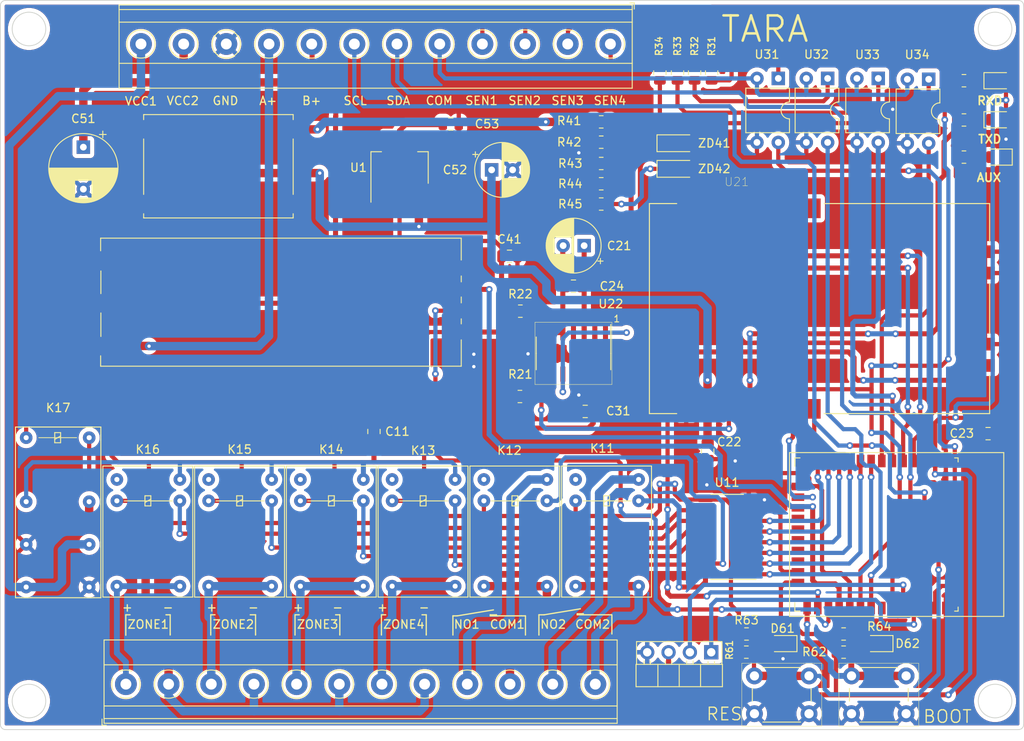
<source format=kicad_pcb>
(kicad_pcb (version 20211014) (generator pcbnew)
  (layers (0 "F.Cu" signal) (31 "B.Cu" signal) (34 "B.Paste" user) (35 "F.Paste" user) (36 "B.SilkS" user "B.Silkscreen") (37 "F.SilkS" user "F.Silkscreen") (38 "B.Mask" user) (39 "F.Mask" user) (44 "Edge.Cuts" user))
  (net 0 "")
  (net 1 "Net-(J11-Pad1)")
  (net 2 "Net-(J11-Pad2)")
  (net 3 "Net-(J11-Pad3)")
  (net 4 "Net-(J11-Pad5)")
  (net 5 "Net-(J11-Pad7)")
  (net 6 "Net-(J11-Pad9)")
  (net 7 "Net-(J11-Pad10)")
  (net 8 "Net-(D61-Pad2)")
  (net 9 "Net-(J11-Pad12)")
  (net 10 "/3.3V")
  (net 11 "/A+")
  (net 12 "/B+")
  (net 13 "/IO21")
  (net 14 "/IO22")
  (net 15 "GND")
  (net 16 "/Vcc")
  (net 17 "/COM")
  (net 18 "/IN1")
  (net 19 "/IN2")
  (net 20 "/IN3")
  (net 21 "/IN4")
  (net 22 "Net-(D62-Pad2)")
  (net 23 "Net-(K17-Pad10)")
  (net 24 "/IO15")
  (net 25 "/IO13")
  (net 26 "/TXD(1)")
  (net 27 "/RXD(1)")
  (net 28 "Net-(R31-Pad1)")
  (net 30 "Net-(R32-Pad1)")
  (net 31 "/IO23")
  (net 32 "Net-(R33-Pad1)")
  (net 33 "/IO19")
  (net 34 "Net-(R34-Pad1)")
  (net 35 "/IO34")
  (net 36 "/IO35")
  (net 37 "Net-(J11-Pad11)")
  (net 38 "Net-(R41-Pad2)")
  (net 39 "Net-(R42-Pad1)")
  (net 43 "/IO12")
  (net 44 "/IO14")
  (net 45 "/IO27")
  (net 46 "/IO26")
  (net 47 "/IO25")
  (net 48 "/IO33")
  (net 49 "/IO32")
  (net 53 "/EN")
  (net 54 "/IO4")
  (net 56 "/IO1")
  (net 57 "Net-(C21-Pad2)")
  (net 58 "Net-(C21-Pad1)")
  (net 59 "Net-(R21-Pad1)")
  (net 60 "Net-(U22-Pad1)")
  (net 64 "/IO3")
  (net 65 "/IO16")
  (net 66 "/BOOT")
  (net 67 "/IO2")
  (net 68 "/IO17")
  (net 75 "Net-(D21-Pad2)")
  (net 77 "Net-(D22-Pad1)")
  (net 78 "Net-(D23-Pad1)")
  (net 79 "Net-(K11-Pad6)")
  (net 80 "Net-(K12-Pad6)")
  (net 82 "Net-(K13-Pad6)")
  (net 84 "Net-(K13-Pad8)")
  (net 85 "Net-(K14-Pad6)")
  (net 87 "Net-(K15-Pad6)")
  (net 89 "Net-(K16-Pad6)")
  (net 91 "/Vbb")
  (net 92 "/5V")
  (net 93 "Net-(R44-Pad1)")
  (footprint "Package_DIP:DIP-4_W7.62mm" (layer "F.Cu") (at 190.1494 69.883 -90)
    (fp_text reference "U32")
    (fp_text value "PC817" hide)
  )
  (footprint "my_footprint:HRS1H-S-DC3V" (layer "F.Cu") (at 116.342 117.625 -90)
    (fp_text reference "K15")
    (fp_text value "HRS1H-S-DC3V" hide)
  )
  (footprint "my_footprint:RS485-TTL" (layer "F.Cu") (at 124.4346 96.901 90)
    (fp_text reference "U35" hide)
    (fp_text value "TTL_RS485_Module" hide)
  )
  (footprint "Package_DIP:DIP-4_W7.62mm" (layer "F.Cu") (at 184.2744 69.883 -90)
    (fp_text reference "U31")
    (fp_text value "PC817" hide)
  )
  (footprint "Capacitor_SMD:C_0805_2012Metric" (layer "F.Cu") (at 209.2452 112.1664)
    (fp_text reference "C23")
    (fp_text value "100nF" hide)
  )
  (footprint "Resistor_SMD:R_0805_2012Metric" (layer "F.Cu") (at 153.5684 97.5868)
    (fp_text reference "R22")
    (fp_text value "10K" hide)
  )
  (footprint "Package_SO:SO-14_3.9x8.65mm_P1.27mm" (layer "F.Cu") (at 159.893 102.616 -90)
    (fp_text reference "U22")
    (fp_text value "4001" hide)
  )
  (footprint "Resistor_SMD:R_0805_2012Metric" (layer "F.Cu") (at 163.195 80.01)
    (fp_text reference "R43")
    (fp_text value "10K" hide)
  )
  (footprint "Package_DIP:DIP-4_W7.62mm" (layer "F.Cu") (at 202.1744 69.983 -90)
    (fp_text reference "U34")
    (fp_text value "PC817" hide)
  )
  (footprint "Capacitor_THT:CP_Radial_D6.3mm_P2.50mm" (layer "F.Cu") (at 161.163 89.789 180)
    (fp_text reference "C21")
    (fp_text value "47uf/50V" hide)
  )
  (footprint "Resistor_SMD:R_0805_2012Metric" (layer "F.Cu") (at 163.195 75.057)
    (fp_text reference "R41")
    (fp_text value "22K" hide)
  )
  (footprint "my_footprint:HRS1H-S-DC3V" (layer "F.Cu") (at 105.42 117.625 -90)
    (fp_text reference "K16")
    (fp_text value "HRS1H-S-DC3V" hide)
  )
  (footprint "Button_Switch_THT:SW_PUSH_6mm_H4.3mm" (layer "F.Cu") (at 181.4334 141.006)
    (fp_text reference "SW61" hide)
    (fp_text value "SW_DIP_x01" hide)
  )
  (footprint "my_footprint:ESP32-WROOM-32U" (layer "F.Cu") (at 195.961 124.174 -90)
    (fp_text reference "U41" hide)
    (fp_text value "ESP32-WROOM-32U" hide)
  )
  (footprint "my_footprint:XCVR_E22-900T30S" (layer "F.Cu") (at 189.1815 97.282 90)
    (fp_text reference "U21")
    (fp_text value "E22_900T30D" hide)
  )
  (footprint "Resistor_SMD:R_0805_2012Metric" (layer "F.Cu") (at 192.0494 138.176)
    (fp_text reference "R62")
    (fp_text value "10K" hide)
  )
  (footprint "Resistor_SMD:R_0805_2012Metric" (layer "F.Cu") (at 206.375 70.1548)
    (fp_text reference "R24" hide)
    (fp_text value "560" hide)
  )
  (footprint "Resistor_SMD:R_0805_2012Metric" (layer "F.Cu") (at 153.5176 107.7468 180)
    (fp_text reference "R21")
    (fp_text value "10K" hide)
  )
  (footprint "Resistor_SMD:R_0805_2012Metric" (layer "F.Cu") (at 170.1774 69.198 90)
    (fp_text reference "R34")
    (fp_text value "10K" hide)
  )
  (footprint "Resistor_SMD:R_0805_2012Metric" (layer "F.Cu") (at 192.0494 136.017)
    (fp_text reference "R64")
    (fp_text value "560" hide)
  )
  (footprint "Resistor_SMD:R_0805_2012Metric" (layer "F.Cu") (at 172.2774 69.198 90)
    (fp_text reference "R33")
    (fp_text value "10K" hide)
  )
  (footprint "Resistor_SMD:R_0805_2012Metric" (layer "F.Cu") (at 206.375 74.8284)
    (fp_text reference "R25" hide)
    (fp_text value "560" hide)
  )
  (footprint "Button_Switch_THT:SW_PUSH_6mm_H4.3mm" (layer "F.Cu") (at 192.9904 141.006)
    (fp_text reference "SW62" hide)
    (fp_text value "SW_DIP_x01" hide)
  )
  (footprint "Capacitor_THT:CP_Radial_D8.0mm_P5.00mm" (layer "F.Cu") (at 101.5492 78.064549 -90)
    (fp_text reference "C51")
    (fp_text value "220uf/35V" hide)
  )
  (footprint "Capacitor_SMD:C_0805_2012Metric" (layer "F.Cu") (at 136.144 111.9124 90)
    (fp_text reference "C11")
    (fp_text value "100nF" hide)
  )
  (footprint "my_footprint:HRS1H-S-DC3V" (layer "F.Cu") (at 127.264 117.625 -90)
    (fp_text reference "K14")
    (fp_text value "HRS1H-S-DC3V" hide)
  )
  (footprint "Resistor_SMD:R_0805_2012Metric" (layer "F.Cu") (at 206.375 79.248)
    (fp_text reference "R23" hide)
    (fp_text value "560" hide)
  )
  (footprint "Resistor_SMD:R_0805_2012Metric" (layer "F.Cu") (at 180.4924 136.017)
    (fp_text reference "R63")
    (fp_text value "560" hide)
  )
  (footprint "Package_SO:SO-16_3.9x9.9mm_P1.27mm" (layer "F.Cu") (at 178.181 124.46 180)
    (fp_text reference "U11")
    (fp_text value "ULN2003(SMD)" hide)
  )
  (footprint "Capacitor_SMD:C_0805_2012Metric" (layer "F.Cu") (at 161.29 109.5248 180)
    (fp_text reference "C31")
    (fp_text value "100nF" hide)
  )
  (footprint "Diode_SMD:D_SOD-123" (layer "F.Cu") (at 172.085 77.597)
    (fp_text reference "ZD41")
    (fp_text value "D_Zener" hide)
  )
  (footprint "Package_TO_SOT_SMD:SOT-223-3_TabPin2" (layer "F.Cu") (at 139.192 80.518 90)
    (fp_text reference "U1")
    (fp_text value "AP1117-33" hide)
  )
  (footprint "my_footprint:DCDC5V" (layer "F.Cu") (at 117.6274 80.391 180)
    (fp_text reference "U2" hide)
    (fp_text value "CN3903" hide)
  )
  (footprint "LED_SMD:LED_0805_2012Metric" (layer "F.Cu") (at 210.439 70.1548)
    (fp_text reference "D22" hide)
    (fp_text value "LED" hide)
  )
  (footprint "my_footprint:HRS1H-S-DC3V" (layer "F.Cu") (at 160.03 117.625 -90)
    (fp_text reference "K11")
    (fp_text value "HRS1H-S-DC3V" hide)
  )
  (footprint "Resistor_SMD:R_0805_2012Metric" (layer "F.Cu") (at 163.195 82.423)
    (fp_text reference "R44")
    (fp_text value "26K" hide)
  )
  (footprint "LED_SMD:LED_0805_2012Metric" (layer "F.Cu") (at 196.2404 137.16 180)
    (fp_text reference "D62")
    (fp_text value "LED" hide)
  )
  (footprint "Resistor_SMD:R_0805_2012Metric" (layer "F.Cu") (at 163.195 84.836)
    (fp_text reference "R45")
    (fp_text value "10K" hide)
  )
  (footprint "LED_SMD:LED_0805_2012Metric" (layer "F.Cu") (at 210.439 79.248 180)
    (fp_text reference "D21" hide)
    (fp_text value "LED" hide)
  )
  (footprint "Capacitor_SMD:C_0805_2012Metric" (layer "F.Cu") (at 145.288 75.311)
    (fp_text reference "C53")
    (fp_text value "47uf/50V" hide)
  )
  (footprint "Connector_PinHeader_2.54mm:PinHeader_1x04_P2.54mm_Horizontal" (layer "F.Cu") (at 176.2914 138.192 -90)
    (fp_text reference "J61" hide)
    (fp_text value "Conn_01x04" hide)
  )
  (footprint "LED_SMD:LED_0805_2012Metric" (layer "F.Cu") (at 210.439 74.803)
    (fp_text reference "D23" hide)
    (fp_text value "LED" hide)
  )
  (footprint "Resistor_SMD:R_0805_2012Metric" (layer "F.Cu") (at 174.3094 69.198 90)
    (fp_text reference "R32")
    (fp_text value "10K" hide)
  )
  (footprint "my_footprint:HRS2H-S-DC3V" (layer "F.Cu") (at 94.742 112.649 -90)
    (fp_text reference "K17")
    (fp_text value "HRS2H-S-DC3V" hide)
  )
  (footprint "Package_DIP:DIP-4_W7.62mm" (layer "F.Cu") (at 196.1744 69.883 -90)
    (fp_text reference "U33")
    (fp_text value "PC817" hide)
  )
  (footprint "LED_SMD:LED_0805_2012Metric" (layer "F.Cu") (at 184.8104 137.16 180)
    (fp_text reference "D61")
    (fp_text value "LED" hide)
  )
  (footprint "Capacitor_SMD:C_0805_2012Metric" (layer "F.Cu") (at 159.893 94.615 180)
    (fp_text reference "C24")
    (fp_text value "47uf/50V" hide)
  )
  (footprint "Diode_SMD:D_SOD-123" (layer "F.Cu") (at 172.085 80.645)
    (fp_text reference "ZD42")
    (fp_text value "D_Zener" hide)
  )
  (footprint "my_footprint:HRS1H-S-DC3V" (layer "F.Cu") (at 138.186 117.625 -90)
    (fp_text reference "K13")
    (fp_text value "HRS1H-S-DC3V" hide)
  )
  (footprint "Capacitor_SMD:C_0805_2012Metric" (layer "F.Cu") (at 152.273 91.059)
    (fp_text reference "C41")
    (fp_text value "100nF" hide)
  )
  (footprint "Resistor_SMD:R_0805_2012Metric" (layer "F.Cu") (at 163.195 77.47 180)
    (fp_text reference "R42")
    (fp_text value "180K" hide)
  )
  (footprint "TerminalBlock_Phoenix:TerminalBlock_Phoenix_MKDS-1,5-12-5.08_1x12_P5.08mm_Horizontal" (layer "F.Cu") (at 106.6139 141.986)
    (fp_text reference "J11" hide)
    (fp_text value "Screw_Terminal_01x12" hide)
  )
  (footprint "Capacitor_THT:CP_Radial_D6.3mm_P2.50mm" (layer "F.Cu") (at 150.150821 80.772)
    (fp_text reference "C52")
    (fp_text value "470uf/16V" hide)
  )
  (footprint "my_footprint:HRS1H-S-DC3V" (layer "F.Cu") (at 149.108 117.625 -90)
    (fp_text reference "K12")
    (fp_text value "HRS1H-S-DC3V" hide)
  )
  (footprint "Resistor_SMD:R_0805_2012Metric" (layer "F.Cu") (at 176.3414 69.198 90)
    (fp_text reference "R31")
    (fp_text value "10K" hide)
  )
  (footprint "TerminalBlock_Phoenix:TerminalBlock_Phoenix_MKDS-1,5-12-5.08_1x12_P5.08mm_Horizontal" (layer "F.Cu") (at 164.2872 65.7858 180)
    (fp_text reference "J31" hide)
    (fp_text value "Screw_Terminal_01x12" hide)
  )
  (footprint "Capacitor_SMD:C_0805_2012Metric" (layer "F.Cu") (at 175.8696 114.2492 -90)
    (fp_text reference "C22")
    (fp_text value "100nF" hide)
  )
  (footprint "Resistor_SMD:R_0805_2012Metric" (layer "F.Cu") (at 180.4689 138.176)
    (fp_text reference "R61")
    (fp_text value "10K" hide)
  )
  (gr_line (start 116.713 133.731) (end 117.221 133.731) (layer "F.SilkS") (width 0.15))
  (gr_line (start 154.178 133.858) (end 154.178 136.144) (layer "F.SilkS") (width 0.15))
  (gr_line (start 116.713 135.89) (end 116.713 136.144) (layer "F.SilkS") (width 0.15))
  (gr_line (start 126.746 133.731) (end 127.254 133.731) (layer "F.SilkS") (width 0.15))
  (gr_line (start 142.367 133.731) (end 142.367 136.017) (layer "F.SilkS") (width 0.15))
  (gr_line (start 160.3375 133.731) (end 160.3375 133.604) (layer "F.SilkS") (width 0.15))
  (gr_line (start 156.4005 133.731) (end 160.7185 133.0198) (layer "F.SilkS") (width 0.15))
  (gr_line (start 155.7782 133.731) (end 155.7782 136.144) (layer "F.SilkS") (width 0.15))
  (gr_line (start 122.047 136.017) (end 122.047 136.144) (layer "F.SilkS") (width 0.15))
  (gr_line (start 111.887 136.017) (end 111.887 136.144) (layer "F.SilkS") (width 0.15))
  (gr_line (start 142.367 136.017) (end 142.367 136.144) (layer "F.SilkS") (width 0.15))
  (gr_line (start 137.033 136.017) (end 137.033 136.144) (layer "F.SilkS") (width 0.15))
  (gr_line (start 146.05 133.858) (end 150.368 133.1468) (layer "F.SilkS") (width 0.15))
  (gr_line (start 106.6038 133.731) (end 107.1118 133.731) (layer "F.SilkS") (width 0.15))
  (gr_line (start 132.08 133.731) (end 131.572 133.731) (layer "F.SilkS") (width 0.15))
  (gr_line (start 137.033 133.731) (end 137.541 133.731) (layer "F.SilkS") (width 0.15))
  (gr_line (start 111.379 133.731) (end 111.887 133.731) (layer "F.SilkS") (width 0.15))
  (gr_line (start 145.542 133.858) (end 145.542 136.144) (layer "F.SilkS") (width 0.15))
  (gr_line (start 164.4269 133.731) (end 164.0459 133.731) (layer "F.SilkS") (width 0.15))
  (gr_line (start 149.987 133.731) (end 150.7236 133.731) (layer "F.SilkS") (width 0.15))
  (gr_line (start 141.859 133.731) (end 142.367 133.731) (layer "F.SilkS") (width 0.15))
  (gr_line (start 126.746 133.731) (end 126.746 136.144) (layer "F.SilkS") (width 0.15))
  (gr_line (start 160.3375 133.604) (end 161.0741 133.604) (layer "F.SilkS") (width 0.15))
  (gr_line (start 164.0205 133.731) (end 160.3375 133.731) (layer "F.SilkS") (width 0.15))
  (gr_line (start 154.178 133.858) (end 153.67 133.858) (layer "F.SilkS") (width 0.15))
  (gr_line (start 122.047 133.731) (end 121.412 133.731) (layer "F.SilkS") (width 0.15))
  (gr_line (start 122.047 133.731) (end 122.047 136.017) (layer "F.SilkS") (width 0.15))
  (gr_line (start 137.033 133.731) (end 137.033 136.017) (layer "F.SilkS") (width 0.15))
  (gr_line (start 145.542 133.858) (end 146.05 133.858) (layer "F.SilkS") (width 0.15))
  (gr_line (start 164.465 133.731) (end 164.465 136.017) (layer "F.SilkS") (width 0.15))
  (gr_line (start 156.4005 133.731) (end 155.7782 133.731) (layer "F.SilkS") (width 0.15))
  (gr_line (start 132.08 136.017) (end 132.08 136.144) (layer "F.SilkS") (width 0.15))
  (gr_line (start 132.08 133.731) (end 132.08 136.017) (layer "F.SilkS") (width 0.15))
  (gr_line (start 153.67 133.858) (end 149.987 133.858) (layer "F.SilkS") (width 0.15))
  (gr_line (start 111.887 133.731) (end 111.887 136.017) (layer "F.SilkS") (width 0.15))
  (gr_line (start 149.987 133.858) (end 149.987 133.731) (layer "F.SilkS") (width 0.15))
  (gr_line (start 106.6038 133.731) (end 106.6038 136.1694) (layer "F.SilkS") (width 0.15))
  (gr_line (start 116.713 135.89) (end 116.713 133.731) (layer "F.SilkS") (width 0.15))
  (gr_line (start 150.7236 133.731) (end 150.7236 133.858) (layer "F.SilkS") (width 0.15))
  (gr_circle (center 95.0774 63.998) (end 97.0774 63.998) (layer "Edge.Cuts") (width 0.1) (fill none))
  (gr_circle (center 95.0774 143.998) (end 97.0774 143.998) (layer "Edge.Cuts") (width 0.1) (fill none))
  (gr_circle (center 210.0774 63.998) (end 208.0774 63.998) (layer "Edge.Cuts") (width 0.1) (fill none))
  (gr_line (start 91.6774 61.198) (end 91.6774 146.798) (layer "Edge.Cuts") (width 0.1))
  (gr_arc (start 92.2774 147.398) (mid 91.853136 147.222264) (end 91.6774 146.798) (layer "Edge.Cuts") (width 0.1))
  (gr_circle (center 210.0774 143.998) (end 208.0774 143.998) (layer "Edge.Cuts") (width 0.1) (fill none))
  (gr_line (start 213.4774 61.198) (end 213.4774 146.798) (layer "Edge.Cuts") (width 0.1))
  (gr_arc (start 212.8774 60.598) (mid 213.301664 60.773736) (end 213.4774 61.198) (layer "Edge.Cuts") (width 0.1))
  (gr_line (start 92.2774 147.398) (end 212.8774 147.398) (layer "Edge.Cuts") (width 0.1))
  (gr_line (start 212.8774 60.598) (end 92.2774 60.598) (layer "Edge.Cuts") (width 0.1))
  (gr_arc (start 91.6774 61.198) (mid 91.853136 60.773736) (end 92.2774 60.598) (layer "Edge.Cuts") (width 0.1))
  (gr_arc (start 213.4774 146.798) (mid 213.301664 147.222264) (end 212.8774 147.398) (layer "Edge.Cuts") (width 0.1))
  (gr_text "-\n" (at 131.826 132.842) (layer "F.SilkS") (effects (font (size 1 1))))
  (gr_text "NO2" (at 157.48 134.874) (layer "F.SilkS") (effects (font (size 1 1))))
  (gr_text "1" (at 165.0492 98.5012) (layer "F.SilkS") (effects (font (size 0.8 0.8) (thickness 0.12))))
  (gr_text "ZONE1" (at 109.2708 134.874) (layer "F.SilkS") (effects (font (size 1 1))))
  (gr_text "COM2" (at 162.179 134.874) (layer "F.SilkS") (effects (font (size 1 1))))
  (gr_text "VCC1" (at 108.4072 72.5932) (layer "F.SilkS") (effects (font (size 1 1))))
  (gr_text "SEN3" (at 159.2072 72.5424) (layer "F.SilkS") (effects (font (size 1 1))))
  (gr_text "NO1" (at 147.193 134.874) (layer "F.SilkS") (effects (font (size 1 1))))
  (gr_text "+\n" (at 127.127 132.842) (layer "F.SilkS") (effects (font (size 1 1))))
  (gr_text "COM1" (at 152.019 134.874) (layer "F.SilkS") (effects (font (size 1 1))))
  (gr_text "-\n" (at 142.113 132.842) (layer "F.SilkS") (effects (font (size 1 1))))
  (gr_text "ZONE3" (at 129.4384 134.874) (layer "F.SilkS") (effects (font (size 1 1))))
  (gr_text "+\n" (at 137.16 132.842) (layer "F.SilkS") (effects (font (size 1 1))))
  (gr_text "B+" (at 128.7272 72.5424) (layer "F.SilkS") (effects (font (size 1 1))))
  (gr_text "-\n" (at 121.793 132.842) (layer "F.SilkS") (effects (font (size 1 1))))
  (gr_text "+\n" (at 116.84 132.842) (layer "F.SilkS") (effects (font (size 1 1))))
  (gr_text "RES\n" (at 177.8508 145.542) (layer "F.SilkS") (effects (font (size 1.5 1.5))))
  (gr_text "SEN1" (at 148.9456 72.5424) (layer "F.SilkS") (effects (font (size 1 1))))
  (gr_text "SEN2" (at 154.0764 72.5424) (layer "F.SilkS") (effects (font (size 1 1))))
  (gr_text "SCL" (at 133.9088 72.5424) (layer "F.SilkS") (effects (font (size 1 1))))
  (gr_text "VCC2" (at 113.3856 72.5424) (layer "F.SilkS") (effects (font (size 1 1))))
  (gr_text "ZONE2" (at 119.4054 134.874) (layer "F.SilkS") (effects (font (size 1 1))))
  (gr_text "SEN4" (at 164.2364 72.5424) (layer "F.SilkS") (effects (font (size 1 1))))
  (gr_text "AUX\n" (at 209.3468 81.6864) (layer "F.SilkS") (effects (font (size 1 1) (thickness 0.2))))
  (gr_text "A+" (at 123.5456 72.5424) (layer "F.SilkS") (effects (font (size 1 1))))
  (gr_text "SDA" (at 139.0396 72.5424) (layer "F.SilkS") (effects (font (size 1 1))))
  (gr_text "COM" (at 143.9164 72.5424) (layer "F.SilkS") (effects (font (size 1 1))))
  (gr_text "TARA" (at 182.6768 64.008) (layer "F.SilkS") (effects (font (size 3 3) (thickness 0.3))))
  (gr_text "+\n" (at 106.7816 132.842) (layer "F.SilkS") (effects (font (size 1 1))))
  (gr_text "GND\n" (at 118.4656 72.5424) (layer "F.SilkS") (effects (font (size 1 1))))
  (gr_text "TXD\n" (at 209.4484 77.1144) (layer "F.SilkS") (effects (font (size 1 1) (thickness 0.2))))
  (gr_text "ZONE4" (at 139.7 134.874) (layer "F.SilkS") (effects (font (size 1 1))))
  (gr_text "BOOT\n" (at 204.4192 145.8468) (layer "F.SilkS") (effects (font (size 1.5 1.5))))
  (gr_text "RXD\n" (at 209.4484 72.5424) (layer "F.SilkS") (effects (font (size 1 1) (thickness 0.2))))
  (gr_text "-\n" (at 111.633 132.842) (layer "F.SilkS") (effects (font (size 1 1))))
  (segment (start 105.54 138.2806) (end 106.6139 139.3545) (width 0.7) (layer "B.Cu") (net 1))
  (segment (start 105.54 130.325) (end 105.54 138.2806) (width 0.7) (layer "B.Cu") (net 1))
  (segment (start 113.04 130.325) (end 105.54 130.325) (width 0.7) (layer "B.Cu") (net 1))
  (segment (start 106.6139 139.3545) (end 106.6139 141.986) (width 0.7) (layer "B.Cu") (net 1))
  (segment (start 102.242 121.927) (end 102.242 120.269) (width 1) (layer "F.Cu") (net 2))
  (segment (start 111.6939 135.0619) (end 108.966 132.334) (width 1) (layer "F.Cu") (net 2))
  (segment (start 108.2675 124.6505) (end 104.9655 124.6505) (width 1) (layer "F.Cu") (net 2))
  (segment (start 108.966 125.349) (end 108.2675 124.6505) (width 1) (layer "F.Cu") (net 2))
  (segment (start 104.9655 124.6505) (end 102.242 121.927) (width 1) (layer "F.Cu") (net 2))
  (segment (start 111.6939 141.986) (end 111.6939 135.0619) (width 1) (layer "F.Cu") (net 2))
  (segment (start 108.966 132.334) (end 108.966 125.349) (width 1) (layer "F.Cu") (net 2))
  (segment (start 132.0139 141.986) (end 132.0139 145.1711) (width 1) (layer "B.Cu") (net 2))
  (segment (start 132.0419 145.1991) (end 141.5923 145.1991) (width 1) (layer "B.Cu") (net 2))
  (segment (start 113.4237 145.1991) (end 121.8819 145.1991) (width 1) (layer "B.Cu") (net 2))
  (segment (start 132.0139 145.1711) (end 132.0419 145.1991) (width 0.25) (layer "B.Cu") (net 2))
  (segment (start 142.1739 144.6175) (end 141.5923 145.1991) (width 1) (layer "B.Cu") (net 2))
  (segment (start 121.8539 141.986) (end 121.8539 145.1711) (width 1) (layer "B.Cu") (net 2))
  (segment (start 121.8819 145.1991) (end 132.0419 145.1991) (width 1) (layer "B.Cu") (net 2))
  (segment (start 121.8539 145.1711) (end 121.8819 145.1991) (width 0.25) (layer "B.Cu") (net 2))
  (segment (start 111.6939 141.986) (end 111.6939 143.4693) (width 1) (layer "B.Cu") (net 2))
  (segment (start 111.6939 143.4693) (end 113.4237 145.1991) (width 1) (layer "B.Cu") (net 2))
  (segment (start 142.1739 141.986) (end 142.1739 144.6175) (width 1) (layer "B.Cu") (net 2))
  (segment (start 116.462 130.325) (end 123.962 130.325) (width 1) (layer "B.Cu") (net 3))
  (segment (start 116.7739 134.2999) (end 116.7739 141.986) (width 1) (layer "B.Cu") (net 3))
  (segment (start 116.462 130.325) (end 116.462 133.988) (width 1) (layer "B.Cu") (net 3))
  (segment (start 116.462 133.988) (end 116.7739 134.2999) (width 1) (layer "B.Cu") (net 3))
  (segment (start 126.9339 141.986) (end 126.9339 133.9241) (width 1) (layer "B.Cu") (net 4))
  (segment (start 127.384 133.474) (end 127.384 130.325) (width 1) (layer "B.Cu") (net 4))
  (segment (start 127.384 130.325) (end 134.884 130.325) (width 1) (layer "B.Cu") (net 4))
  (segment (start 126.9339 133.9241) (end 127.384 133.474) (width 1) (layer "B.Cu") (net 4))
  (segment (start 138.306 130.325) (end 145.806 130.325) (width 1) (layer "B.Cu") (net 5))
  (segment (start 138.306 134.109) (end 138.306 130.325) (width 1) (layer "B.Cu") (net 5))
  (segment (start 137.0939 141.986) (end 137.0939 135.3211) (width 1) (layer "B.Cu") (net 5))
  (segment (start 137.0939 135.3211) (end 138.306 134.109) (width 1) (layer "B.Cu") (net 5))
  (segment (start 147.2539 136.3371) (end 147.2539 141.986) (width 1) (layer "B.Cu") (net 6))
  (segment (start 151.384 135.001) (end 148.59 135.001) (width 1) (layer "B.Cu") (net 6))
  (segment (start 152.4 133.985) (end 151.384 135.001) (width 1) (layer "B.Cu") (net 6))
  (segment (start 154.663 117.625) (end 152.4 119.888) (width 1) (layer "B.Cu") (net 6))
  (segment (start 156.728 117.625) (end 154.663 117.625) (width 1) (layer "B.Cu") (net 6))
  (segment (start 152.4 119.888) (end 152.4 133.985) (width 1) (layer "B.Cu") (net 6))
  (segment (start 148.59 135.001) (end 147.2539 136.3371) (width 1) (layer "B.Cu") (net 6))
  (segment (start 152.3339 141.986) (end 152.3339 138.6739) (width 1) (layer "F.Cu") (net 7))
  (segment (start 152.3339 138.6739) (end 156.728 134.2798) (width 1) (layer "F.Cu") (net 7))
  (segment (start 149.228 130.325) (end 156.728 130.325) (width 1) (layer "F.Cu") (net 7))
  (segment (start 156.728 130.325) (end 156.728 134.2798) (width 1) (layer "F.Cu") (net 7))
  (segment (start 181.4049 136.017) (end 183.6674 136.017) (width 0.5) (layer "F.Cu") (net 8))
  (segment (start 183.6674 136.017) (end 183.8729 136.2225) (width 0.5) (layer "F.Cu") (net 8))
  (segment (start 183.8729 136.2225) (end 183.8729 137.16) (width 0.5) (layer "F.Cu") (net 8))
  (segment (start 160.15 130.325) (end 167.65 130.325) (width 1) (layer "F.Cu") (net 9))
  (segment (start 162.4939 136.2101) (end 164.846 133.858) (width 1) (layer "B.Cu") (net 9))
  (segment (start 162.4939 141.986) (end 162.4939 136.2101) (width 1) (layer "B.Cu") (net 9))
  (segment (start 164.846 133.858) (end 167.005 133.858) (width 1) (layer "B.Cu") (net 9))
  (segment (start 167.005 133.858) (end 167.65 133.213) (width 1) (layer "B.Cu") (net 9))
  (segment (start 167.65 133.213) (end 167.65 130.325) (width 1) (layer "B.Cu") (net 9))
  (segment (start 171.958 119.38) (end 171.958 118.1608) (width 0.5) (layer "F.Cu") (net 10))
  (segment (start 171.2114 142.5094) (end 171.2114 138.192) (width 0.6) (layer "F.Cu") (net 10))
  (segment (start 139.9032 75.3872) (end 144.338 75.3872) (width 0.6) (layer "F.Cu") (net 10))
  (segment (start 146.5326 100.076) (end 142.6972 100.076) (width 0.5) (layer "F.Cu") (net 10))
  (segment (start 152.6286 100.076) (end 152.6559 100.0487) (width 0.6) (layer "F.Cu") (net 10))
  (segment (start 162.24 108.016) (end 162.56 107.696) (width 0.6) (layer "F.Cu") (net 10))
  (segment (start 142.113 115.57) (end 142.113 120.2944) (width 0.5) (layer "F.Cu") (net 10))
  (segment (start 169.4942 121.9708) (end 160.1216 121.9708) (width 0.5) (layer "F.Cu") (net 10))
  (segment (start 139.192 76.0984) (end 139.9032 75.3872) (width 0.6) (layer "F.Cu") (net 10))
  (segment (start 207.8228 110.2868) (end 208.2952 110.7592) (width 0.5) (layer "F.Cu") (net 10))
  (segment (start 151.323 90.0328) (end 150.5204 89.2302) (width 0.5) (layer "F.Cu") (net 10))
  (segment (start 162.24 109.5248) (end 162.24 110.937) (width 0.6) (layer "F.Cu") (net 10))
  (segment (start 179.5799 133.4789) (end 179.5799 136.017) (width 0.5) (layer "F.Cu") (net 10))
  (segment (start 130.787 120.165) (end 131.445 119.507) (width 0.5) (layer "F.Cu") (net 10))
  (segment (start 153.289 111.506) (end 152.6051 110.8221) (width 0.6) (layer "F.Cu") (net 10))
  (segment (start 142.113 121.2088) (end 142.875 121.9708) (width 0.5) (layer "F.Cu") (net 10))
  (segment (start 146.5834 100.076) (end 152.6286 100.076) (width 0.6) (layer "F.Cu") (net 10))
  (segment (start 202.946 110.8456) (end 203.5048 110.2868) (width 0.5) (layer "F.Cu") (net 10))
  (segment (start 94.742 110.363) (end 95.123 109.982) (width 0.5) (layer "F.Cu") (net 10))
  (segment (start 151.3314 97.2294) (end 151.6888 97.5868) (width 0.6) (layer "F.Cu") (net 10))
  (segment (start 127.384 120.165) (end 130.787 120.165) (width 0.5) (layer "F.Cu") (net 10))
  (segment (start 152.6559 97.5868) (end 151.6888 97.5868) (width 0.6) (layer "F.Cu") (net 10))
  (segment (start 162.24 110.937) (end 161.671 111.506) (width 0.6) (layer "F.Cu") (net 10))
  (segment (start 170.18 121.285) (end 170.18 118.1608) (width 0.5) (layer "F.Cu") (net 10))
  (segment (start 160.15 121.9424) (end 160.1216 121.9708) (width 0.3) (layer "F.Cu") (net 10))
  (segment (start 138.306 120.165) (end 141.9836 120.165) (width 0.5) (layer "F.Cu") (net 10))
  (segment (start 162.56 107.696) (end 163.449 107.696) (width 0.6) (layer "F.Cu") (net 10))
  (segment (start 136.0932 115.57) (end 142.113 115.57) (width 0.5) (layer "F.Cu") (net 10))
  (segment (start 136.144 115.5192) (end 136.0932 115.57) (width 0.25) (layer "F.Cu") (net 10))
  (segment (start 108.816 120.165) (end 109.347 119.634) (width 0.5) (layer "F.Cu") (net 10))
  (segment (start 152.6051 110.8221) (end 152.6051 107.7468) (width 0.6) (layer "F.Cu") (net 10))
  (segment (start 103.632 109.982) (end 104.902 111.252) (width 0.5) (layer "F.Cu") (net 10))
  (segment (start 179.5799 138.1525) (end 179.5564 138.176) (width 0.5) (layer "F.Cu") (net 10))
  (segment (start 152.6559 100.0487) (end 152.6559 107.696) (width 0.6) (layer "F.Cu") (net 10))
  (segment (start 203.5048 110.2868) (end 207.8228 110.2868) (width 0.5) (layer "F.Cu") (net 10))
  (segment (start 94.742 112.649) (end 94.742 110.363) (width 0.5) (layer "F.Cu") (net 10))
  (segment (start 136.144 112.8624) (end 136.144 115.5192) (width 0.6) (layer "F.Cu") (net 10))
  (segment (start 179.5799 136.017) (end 179.5799 138.1525) (width 0.5) (layer "F.Cu") (net 10))
  (segment (start 179.5564 138.176) (end 179.5564 143.1506) (width 0.6) (layer "F.Cu") (net 10))
  (segment (start 105.54 120.165) (end 108.816 120.165) (width 0.5) (layer "F.Cu") (net 10))
  (segment (start 172.593 120.015) (end 175.606 120.015) (width 0.5) (layer "F.Cu") (net 10))
  (segment (start 104.902 114.808) (end 105.664 115.57) (width 0.5) (layer "F.Cu") (net 10))
  (segment (start 178.0286 120.015) (end 178.6382 120.6246) (width 0.5) (layer "F.Cu") (net 10))
  (segment (start 162.24 109.5248) (end 162.24 108.016) (width 0.6) (layer "F.Cu") (net 10))
  (segment (start 131.445 119.507) (end 131.445 115.57) (width 0.5) (layer "F.Cu") (net 10))
  (segment (start 109.347 119.634) (end 109.347 115.57) (width 0.5) (layer "F.Cu") (net 10))
  (segment (start 191.1369 138.176) (end 191.1369 143.1817) (width 0.5) (layer "F.Cu") (net 10))
  (segment (start 139.192 77.368) (end 139.192 83.668) (width 0.6) (layer "F.Cu") (net 10))
  (segment (start 208.2952 110.7592) (end 208.2952 112.1664) (width 0.5) (layer "F.Cu") (net 10))
  (segment (start 116.462 120.165) (end 119.865 120.165) (width 0.5) (layer "F.Cu") (net 10))
  (segment (start 152.6559 97.5868) (end 152.6559 100.0487) (width 0.6) (layer "F.Cu") (net 10))
  (segment (start 120.396 119.634) (end 120.396 115.57) (width 0.5) (layer "F.Cu") (net 10))
  (segment (start 95.123 109.982) (end 103.632 109.982) (width 0.5) (layer "F.Cu") (net 10))
  (segment (start 160.1216 121.9708) (end 142.875 121.9708) (width 0.5) (layer "F.Cu") (net 10))
  (segment (start 119.865 120.165) (end 120.396 119.634) (width 0.5) (layer "F.Cu") (net 10))
  (segment (start 169.4942 121.9708) (end 170.18 121.285) (width 0.5) (layer "F.Cu") (net 10))
  (segment (start 161.671 111.506) (end 153.289 111.506) (width 0.6) (layer "F.Cu") (net 10))
  (segment (start 175.606 120.015) (end 178.0286 120.015) (width 0.5) (layer "F.Cu") (net 10))
  (segment (start 163.449 107.696) (end 163.703 107.442) (width 0.6) (layer "F.Cu") (net 10))
  (segment (start 142.113 120.2944) (end 142.113 121.2088) (width 0.5) (layer "F.Cu") (net 10))
  (segment (start 151.323 91.059) (end 151.323 90.0328) (width 0.5) (layer "F.Cu") (net 10))
  (segment (start 150.5204 89.2302) (end 139.4714 89.2302) (width 0.5) (layer "F.Cu") (net 10))
  (segment (start 139.192 77.368) (end 139.192 76.0984) (width 0.6) (layer "F.Cu") (net 10))
  (segment (start 105.664 115.57) (end 136.0932 115.57) (width 0.5) (layer "F.Cu") (net 10))
  (segment (start 172.593 120.015) (end 171.958 119.38) (width 0.5) (layer "F.Cu") (net 10))
  (segment (start 160.15 120.165) (end 160.15 121.9424) (width 0.5) (layer "F.Cu") (net 10))
  (segment (start 151.3314 97.2294) (end 151.3314 91.0336) (width 0.6) (layer "F.Cu") (net 10))
  (segment (start 163.703 107.442) (end 163.703 105.091) (width 0.6) (layer "F.Cu") (net 10))
  (segment (start 149.228 120.165) (end 149.228 121.9424) (width 0.5) (layer "F.Cu") (net 10))
  (segment (start 142.113 100.6602) (end 142.113 115.57) (width 0.5) (layer "F.Cu") (net 10))
  (segment (start 142.6972 100.076) (end 142.113 100.6602) (width 0.5) (layer "F.Cu") (net 10))
  (segment (start 178.6382 132.5372) (end 179.5799 133.4789) (width 0.5) (layer "F.Cu") (net 10))
  (segment (start 171.958 143.256) (end 171.2114 142.5094) (width 0.6) (layer "F.Cu") (net 10))
  (segment (start 139.192 88.9508) (end 139.4714 89.2302) (width 0.5) (layer "F.Cu") (net 10))
  (segment (start 178.6382 120.6246) (end 178.6382 132.5372) (width 0.5) (layer "F.Cu") (net 10))
  (segment (start 141.9836 120.165) (end 142.113 120.2944) (width 0.3) (layer "F.Cu") (net 10))
  (segment (start 149.228 121.9424) (end 149.1996 121.9708) (width 0.3) (layer "F.Cu") (net 10))
  (segment (start 202.946 116.9924) (end 202.946 110.8456) (width 0.5) (layer "F.Cu") (net 10))
  (segment (start 171.958 143.256) (end 204.5208 143.256) (width 0.6) (layer "F.Cu") (net 10))
  (segment (start 202.946 115.424) (end 202.946 116.9924) (width 0.5) (layer "F.Cu") (net 10))
  (segment (start 211.3765 70.1548) (end 211.3765 74.803) (width 0.5) (layer "F.Cu") (net 10))
  (segment (start 139.192 83.668) (end 139.192 88.9508) (width 0.5) (layer "F.Cu") (net 10))
  (segment (start 104.902 111.252) (end 104.902 114.808) (width 0.5) (layer "F.Cu") (net 10))
  (via (at 170.18 118.1608) (size 0.8) (drill 0.4) (layers "F.Cu" "B.Cu") (net 10))
  (via (at 171.958 118.1608) (size 0.8) (drill 0.4) (layers "F.Cu" "B.Cu") (net 10))
  (via (at 205.3844 110.236) (size 0.8) (drill 0.4) (layers "F.Cu" "B.Cu") (net 10))
  (via (at 204.5208 143.256) (size 0.8) (drill 0.4) (layers "F.Cu" "B.Cu") (net 10))
  (via (at 211.3788 72.4662) (size 0.8) (drill 0.4) (layers "F.Cu" "B.Cu") (net 10))
  (via (at 202.946 116.9924) (size 0.8) (drill 0.4) (layers "F.Cu" "B.Cu") (net 10))
  (segment (start 205.7 108.6) (end 209.4 108.6) (width 0.5) (layer "B.Cu") (net 10))
  (segment (start 170.18 118.1608) (end 171.958 118.1608) (width 0.6) (layer "B.Cu") (net 10))
  (segment (start 211.3765 72.4685) (end 211.3788 72.4662) (width 0.5) (layer "B.Cu") (net 10))
  (segment (start 205.3844 110.236) (end 205.3844 108.9156) (width 0.5) (layer "B.Cu") (net 10))
  (segment (start 206.6544 116.9924) (end 207.1116 117.4496) (width 0.5) (layer "B.Cu") (net 10))
  (segment (start 209.8 72.837) (end 210.1685 72.4685) (width 0.5) (layer "B.Cu") (net 10))
  (segment (start 209.4 108.6) (end 209.8 108.2) (width 0.5) (layer "B.Cu") (net 10))
  (segment (start 205.3844 108.9156) (end 205.7 108.6) (width 0.5) (layer "B.Cu") (net 10))
  (segment (start 210.1685 72.4685) (end 211.3765 72.4685) (width 0.5) (layer "B.Cu") (net 10))
  (segment (start 209.8 72.837) (end 209.8 108.2) (width 0.5) (layer "B.Cu") (net 10))
  (segment (start 207.1116 117.4496) (end 207.1116 140.6652) (width 0.5) (layer "B.Cu") (net 10))
  (segment (start 207.1116 140.6652) (end 204.5208 143.256) (width 0.5) (layer "B.Cu") (net 10))
  (segment (start 202.946 116.9924) (end 206.6544 116.9924) (width 0.5) (layer "B.Cu") (net 10))
  (segment (start 103.4034 101.727) (end 109.347 101.727) (width 1) (layer "F.Cu") (net 11))
  (segment (start 109.347 101.727) (end 109.3724 101.7524) (width 0.5) (layer "F.Cu") (net 11))
  (via (at 109.3724 101.7524) (size 0.8) (drill 0.4) (layers "F.Cu" "B.Cu") (net 11))
  (segment (start 123.6472 65.7858) (end 123.6472 100.5332) (width 1) (layer "B.Cu") (net 11))
  (segment (start 123.6472 100.5332) (end 122.428 101.7524) (width 1) (layer "B.Cu") (net 11))
  (segment (start 122.428 101.7524) (end 109.3724 101.7524) (width 1) (layer "B.Cu") (net 11))
  (segment (start 131.6 74.4) (end 131.6 71.9) (width 0.6) (layer "F.Cu") (net 12))
  (segment (start 131.572 74.428) (end 131.6 74.4) (width 0.6) (layer "F.Cu") (net 12))
  (segment (start 130.302 96.647) (end 131.572 95.377) (width 0.6) (layer "F.Cu") (net 12))
  (segment (start 130.9535 71.2535) (end 129.5465 71.2535) (width 0.6) (layer "F.Cu") (net 12))
  (segment (start 131.6 71.9) (end 130.9535 71.2535) (width 0.6) (layer "F.Cu") (net 12))
  (segment (start 129.5465 71.2535) (end 128.778 70.485) (width 0.6) (layer "F.Cu") (net 12))
  (segment (start 128.778 65.8366) (end 128.7272 65.7858) (width 0.6) (layer "F.Cu") (net 12))
  (segment (start 128.7574 65.816) (end 128.7272 65.7858) (width 0.5) (layer "F.Cu") (net 12))
  (segment (start 128.778 70.485) (end 128.778 65.8366) (width 0.6) (layer "F.Cu") (net 12))
  (segment (start 103.4034 96.647) (end 130.302 96.647) (width 0.6) (layer "F.Cu") (net 12))
  (segment (start 131.572 95.377) (end 131.572 74.428) (width 0.6) (layer "F.Cu") (net 12))
  (segment (start 199.9996 125.1712) (end 197.866 127.3048) (width 0.5) (layer "F.Cu") (net 13))
  (segment (start 199.9996 117.348) (end 199.9996 125.1712) (width 0.5) (layer "F.Cu") (net 13))
  (segment (start 197.866 127.3048) (end 197.866 132.924) (width 0.5) (layer "F.Cu") (net 13))
  (via (at 199.9996 117.348) (size 0.8) (drill 0.4) (layers "F.Cu" "B.Cu") (net 13))
  (segment (start 180.3908 72.9488) (end 180.3908 72.2884) (width 0.5) (layer "B.Cu") (net 13))
  (segment (start 191.8716 74.5236) (end 190.627 73.279) (width 0.5) (layer "B.Cu") (net 13))
  (segment (start 192.8368 109.7026) (end 191.8716 108.7374) (width 0.5) (layer "B.Cu") (net 13))
  (segment (start 180.721 73.279) (end 180.3908 72.9488) (width 0.5) (layer "B.Cu") (net 13))
  (segment (start 199.9996 117.348) (end 199.9996 112.3696) (width 0.5) (layer "B.Cu") (net 13))
  (segment (start 140.2334 71.5518) (end 138.9174 70.2358) (width 0.5) (layer "B.Cu") (net 13))
  (segment (start 179.6542 71.5518) (end 140.2334 71.5518) (width 0.5) (layer "B.Cu") (net 13))
  (segment (start 180.3908 72.2884) (end 179.6542 71.5518) (width 0.5) (layer "B.Cu") (net 13))
  (segment (start 138.9174 70.2358) (end 138.9174 65.816) (width 0.5) (layer "B.Cu") (net 13))
  (segment (start 191.8716 108.7374) (end 191.8716 74.5236) (width 0.5) (layer "B.Cu") (net 13))
  (segment (start 138.9174 65.816) (end 138.8872 65.7858) (width 0.3) (layer "B.Cu") (net 13))
  (segment (start 199.9996 112.3696) (end 197.3326 109.7026) (width 0.5) (layer "B.Cu") (net 13))
  (segment (start 190.627 73.279) (end 180.721 73.279) (width 0.5) (layer "B.Cu") (net 13))
  (segment (start 197.3326 109.7026) (end 192.8368 109.7026) (width 0.5) (layer "B.Cu") (net 13))
  (segment (start 192.786 113.5888) (end 195.4276 113.5888) (width 0.5) (layer "F.Cu") (net 14))
  (segment (start 201.676 132.924) (end 201.676 119.1768) (width 0.5) (layer "F.Cu") (net 14))
  (via (at 192.786 113.5888) (size 0.8) (drill 0.4) (layers "F.Cu" "B.Cu") (net 14))
  (via (at 195.4276 113.5888) (size 0.8) (drill 0.4) (layers "F.Cu" "B.Cu") (net 14))
  (via (at 201.676 119.1768) (size 0.8) (drill 0.4) (layers "F.Cu" "B.Cu") (net 14))
  (segment (start 187.8584 79.8068) (end 188.5696 80.518) (width 0.5) (layer "B.Cu") (net 14))
  (segment (start 133.8072 65.7858) (end 133.8072 72.0852) (width 0.5) (layer "B.Cu") (net 14))
  (segment (start 188.5696 80.518) (end 188.5696 110.7186) (width 0.5) (layer "B.Cu") (net 14))
  (segment (start 178.455 73.1974) (end 179.07 73.8124) (width 0.5) (layer "B.Cu") (net 14))
  (segment (start 195.4276 113.5888) (end 196.596 113.5888) (width 0.5) (layer "B.Cu") (net 14))
  (segment (start 179.8828 79.8068) (end 187.8584 79.8068) (width 0.5) (layer "B.Cu") (net 14))
  (segment (start 179.07 73.8124) (end 179.07 78.994) (width 0.5) (layer "B.Cu") (net 14))
  (segment (start 197.5612 114.554) (end 197.5612 118.5672) (width 0.5) (layer "B.Cu") (net 14))
  (segment (start 134.9194 73.1974) (end 178.455 73.1974) (width 0.5) (layer "B.Cu") (net 14))
  (segment (start 201.676 119.1768) (end 198.1708 119.1768) (width 0.5) (layer "B.Cu") (net 14))
  (segment (start 188.5696 110.7186) (end 191.4398 113.5888) (width 0.5) (layer "B.Cu") (net 14))
  (segment (start 198.1708 119.1768) (end 197.5612 118.5672) (width 0.5) (layer "B.Cu") (net 14))
  (segment (start 191.4398 113.5888) (end 192.786 113.5888) (width 0.5) (layer "B.Cu") (net 14))
  (segment (start 179.07 78.994) (end 179.8828 79.8068) (width 0.5) (layer "B.Cu") (net 14))
  (segment (start 196.596 113.5888) (end 197.5612 114.554) (width 0.5) (layer "B.Cu") (net 14))
  (segment (start 133.8072 72.0852) (end 134.9194 73.1974) (width 0.5) (layer "B.Cu") (net 14))
  (via (at 160.528 78.74) (size 0.8) (drill 0.4) (layers "F.Cu" "B.Cu") (net 15))
  (via (at 175.768 118.2624) (size 0.8) (drill 0.4) (layers "F.Cu" "B.Cu") (net 15))
  (via (at 160.528 107.569) (size 0.8) (drill 0.4) (layers "F.Cu" "B.Cu") (net 15))
  (via (at 148.0312 104.1908) (size 0.8) (drill 0.4) (layers "F.Cu" "B.Cu") (net 15))
  (via (at 211.3788 77.1144) (size 0.8) (drill 0.4) (layers "F.Cu" "B.Cu") (net 15))
  (via (at 197.8914 73.5584) (size 0.8) (drill 0.4) (layers "F.Cu" "B.Cu") (net 15))
  (via (at 179.1462 115.4176) (size 0.8) (drill 0.4) (layers "F.Cu" "B.Cu") (net 15))
  (via (at 154.4828 102.6668) (size 0.8) (drill 0.4) (layers "F.Cu" "B.Cu") (net 15))
  (via (at 184.8358 138.9634) (size 0.8) (drill 0.4) (layers "F.Cu" "B.Cu") (net 15))
  (via (at 148.0312 102.7176) (size 0.8) (drill 0.4) (layers "F.Cu" "B.Cu") (net 15))
  (via (at 182.626 120.0404) (size 0.8) (drill 0.4) (layers "F.Cu" "B.Cu") (net 15))
  (segment (start 94.742 130.429) (end 92.964 130.429) (width 1) (layer "B.Cu") (net 16))
  (segment (start 94.742 130.429) (end 98.3742 130.429) (width 1) (layer "B.Cu") (net 16))
  (segment (start 99.0092 126.0348) (end 99.695 125.349) (width 1) (layer "B.Cu") (net 16))
  (segment (start 108.4072 71.2978) (end 107.696 72.009) (width 1) (layer "B.Cu") (net 16))
  (segment (start 99.695 125.349) (end 102.242 125.349) (width 1) (layer "B.Cu") (net 16))
  (segment (start 108.4072 65.7858) (end 108.4072 71.2978) (width 1) (layer "B.Cu") (net 16))
  (segment (start 98.3742 130.429) (end 99.0092 129.794) (width 1) (layer "B.Cu") (net 16))
  (segment (start 107.696 72.009) (end 98.552 72.009) (width 1) (layer "B.Cu") (net 16))
  (segment (start 99.0092 129.794) (end 99.0092 126.0348) (width 1) (layer "B.Cu") (net 16))
  (segment (start 92.964 130.429) (end 92.7354 130.2004) (width 0.5) (layer "B.Cu") (net 16))
  (segment (start 98.552 72.009) (end 92.7354 77.8256) (width 1) (layer "B.Cu") (net 16))
  (segment (start 92.7354 77.8256) (end 92.7354 130.2004) (width 1) (layer "B.Cu") (net 16))
  (segment (start 181.7344 69.883) (end 144.6098 69.883) (width 0.5) (layer "B.Cu") (net 17))
  (segment (start 187.6094 71.75) (end 187.5282 71.8312) (width 0.25) (layer "B.Cu") (net 17))
  (segment (start 187.5282 71.8312) (end 199.3708 71.8312) (width 0.5) (layer "B.Cu") (net 17))
  (segment (start 143.9672 69.2404) (end 143.9672 65.7858) (width 0.5) (layer "B.Cu") (net 17))
  (segment (start 187.6094 69.883) (end 187.6094 71.75) (width 0.5) (layer "B.Cu") (net 17))
  (segment (start 182.0418 71.8312) (end 187.5282 71.8312) (width 0.5) (layer "B.Cu") (net 17))
  (segment (start 199.3708 71.8312) (end 199.6344 71.5676) (width 0.5) (layer "B.Cu") (net 17))
  (segment (start 193.5988 69.9186) (end 193.6344 69.883) (width 0.25) (layer "B.Cu") (net 17))
  (segment (start 193.5988 71.8312) (end 193.5988 69.9186) (width 0.5) (layer "B.Cu") (net 17))
  (segment (start 181.7344 71.5238) (end 182.0418 71.8312) (width 0.5) (layer "B.Cu") (net 17))
  (segment (start 144.6098 69.883) (end 143.9672 69.2404) (width 0.5) (layer "B.Cu") (net 17))
  (segment (start 199.6344 71.5676) (end 199.6344 69.983) (width 0.5) (layer "B.Cu") (net 17))
  (segment (start 181.7344 69.883) (end 181.7344 71.5238) (width 0.5) (layer "B.Cu") (net 17))
  (segment (start 143.9672 65.7858) (end 143.9974 65.816) (width 0.5) (layer "B.Cu") (net 17))
  (segment (start 149.733 61.595) (end 175.4632 61.595) (width 0.5) (layer "F.Cu") (net 18))
  (segment (start 149.0472 65.7858) (end 149.0472 62.2808) (width 0.5) (layer "F.Cu") (net 18))
  (segment (start 175.4632 61.595) (end 176.3414 62.4732) (width 0.5) (layer "F.Cu") (net 18))
  (segment (start 149.0472 62.2808) (end 149.733 61.595) (width 0.5) (layer "F.Cu") (net 18))
  (segment (start 176.3414 62.4732) (end 176.3414 68.2855) (width 0.5) (layer "F.Cu") (net 18))
  (segment (start 154.1574 63.4698) (end 154.1574 65.993) (width 0.5) (layer "F.Cu") (net 19))
  (segment (start 174.3094 63.032) (end 173.863 62.5856) (width 0.5) (layer "F.Cu") (net 19))
  (segment (start 174.3094 68.2855) (end 174.3094 63.032) (width 0.5) (layer "F.Cu") (net 19))
  (segment (start 155.0416 62.5856) (end 154.1574 63.4698) (width 0.5) (layer "F.Cu") (net 19))
  (segment (start 173.863 62.5856) (end 155.0416 62.5856) (width 0.5) (layer "F.Cu") (net 19))
  (segment (start 159.6644 63.754) (end 171.6824 63.754) (width 0.5) (layer "F.Cu") (net 20))
  (segment (start 159.2374 65.993) (end 159.2374 64.181) (width 0.5) (layer "F.Cu") (net 20))
  (segment (start 171.6824 63.754) (end 172.2774 64.349) (width 0.5) (layer "F.Cu") (net 20))
  (segment (start 172.2774 64.349) (end 172.2774 68.2855) (width 0.5) (layer "F.Cu") (net 20))
  (segment (start 159.6644 63.754) (end 159.2374 64.181) (width 0.5) (layer "F.Cu") (net 20))
  (segment (start 164.6833 68.2855) (end 170.1774 68.2855) (width 0.5) (layer "F.Cu") (net 21))
  (segment (start 164.3174 67.9196) (end 164.6833 68.2855) (width 0.5) (layer "F.Cu") (net 21))
  (segment (start 164.3174 65.993) (end 164.3174 67.9196) (width 0.5) (layer "F.Cu") (net 21))
  (segment (start 192.9619 136.017) (end 193.929 136.017) (width 0.5) (layer "F.Cu") (net 22))
  (segment (start 193.929 136.017) (end 194.056 136.144) (width 0.5) (layer "F.Cu") (net 22))
  (segment (start 194.2338 137.16) (end 195.3029 137.16) (width 0.5) (layer "F.Cu") (net 22))
  (segment (start 194.056 136.144) (end 194.056 136.9822) (width 0.5) (layer "F.Cu") (net 22))
  (segment (start 194.056 136.9822) (end 194.2338 137.16) (width 0.5) (layer "F.Cu") (net 22))
  (segment (start 105.791 122.809) (end 141.8082 122.809) (width 0.5) (layer "F.Cu") (net 23))
  (segment (start 102.242 117.4566) (end 102.6668 117.8814) (width 0.5) (layer "F.Cu") (net 23))
  (segment (start 102.242 112.649) (end 102.242 117.4566) (width 0.5) (layer "F.Cu") (net 23))
  (segment (start 142.3924 123.3932) (end 170.4848 123.3932) (width 0.5) (layer "F.Cu") (net 23))
  (segment (start 170.4848 123.3932) (end 172.593 121.285) (width 0.5) (layer "F.Cu") (net 23))
  (segment (start 141.8082 122.809) (end 142.3924 123.3932) (width 0.5) (layer "F.Cu") (net 23))
  (segment (start 103.886 118.491) (end 103.886 120.904) (width 0.5) (layer "F.Cu") (net 23))
  (segment (start 102.6668 117.8814) (end 103.2764 117.8814) (width 0.5) (layer "F.Cu") (net 23))
  (segment (start 103.2764 117.8814) (end 103.886 118.491) (width 0.5) (layer "F.Cu") (net 23))
  (segment (start 103.886 120.904) (end 105.791 122.809) (width 0.5) (layer "F.Cu") (net 23))
  (segment (start 172.593 121.285) (end 175.606 121.285) (width 0.5) (layer "F.Cu") (net 23))
  (segment (start 184.531 121.793) (end 184.531 128.27) (width 0.5) (layer "F.Cu") (net 24))
  (segment (start 184.88 128.619) (end 184.531 128.27) (width 0.5) (layer "F.Cu") (net 24))
  (segment (start 180.756 121.285) (end 184.023 121.285) (width 0.5) (layer "F.Cu") (net 24))
  (segment (start 186.611 128.619) (end 184.88 128.619) (width 0.5) (layer "F.Cu") (net 24))
  (segment (start 184.023 121.285) (end 184.531 121.793) (width 0.5) (layer "F.Cu") (net 24))
  (segment (start 186.611 119.729) (end 188.3598 119.729) (width 0.5) (layer "F.Cu") (net 25))
  (segment (start 186.0115 112.5909) (end 185.5724 113.03) (width 0.5) (layer "F.Cu") (net 25))
  (segment (start 186.0115 109.217) (end 186.0115 112.5909) (width 0.5) (layer "F.Cu") (net 25))
  (via (at 185.5724 113.03) (size 0.8) (drill 0.4) (layers "F.Cu" "B.Cu") (net 25))
  (via (at 188.3598 119.729) (size 0.8) (drill 0.4) (layers "F.Cu" "B.Cu") (net 25))
  (segment (start 185.5724 119.0752) (end 186.2262 119.729) (width 0.5) (layer "B.Cu") (net 25))
  (segment (start 188.3598 119.729) (end 186.2262 119.729) (width 0.5) (layer "B.Cu") (net 25))
  (segment (start 185.5724 113.03) (end 185.5724 119.0752) (width 0.5) (layer "B.Cu") (net 25))
  (segment (start 204.0001 81.4451) (end 204.0001 77.4319) (width 0.6) (layer "F.Cu") (net 26))
  (segment (start 204.0001 77.4319) (end 205.4625 75.9695) (width 0.6) (layer "F.Cu") (net 26))
  (segment (start 191.7192 128.778) (end 192.786 129.8448) (width 0.5) (layer "F.Cu") (net 26))
  (segment (start 203.2889 82.1563) (end 204.0001 81.4451) (width 0.6) (layer "F.Cu") (net 26))
  (segment (start 188.3156 118.4148) (end 188.976 118.4148) (width 0.5) (layer "F.Cu") (net 26))
  (segment (start 194.9704 100.2792) (end 180.8988 100.2792) (width 0.6) (layer "F.Cu") (net 26))
  (segment (start 180.9315 115.5519) (end 182.245 116.8654) (width 0.5) (layer "F.Cu") (net 26))
  (segment (start 189.484 118.9228) (end 189.484 128.4224) (width 0.5) (layer "F.Cu") (net 26))
  (segment (start 189.484 128.4224) (end 189.8396 128.778) (width 0.5) (layer "F.Cu") (net 26))
  (segment (start 187.96 118.0592) (end 188.3156 118.4148) (width 0.5) (layer "F.Cu") (net 26))
  (segment (start 187.96 117.475) (end 187.96 118.0592) (width 0.5) (layer "F.Cu") (net 26))
  (segment (start 187.3504 116.8654) (end 187.96 117.475) (width 0.5) (layer "F.Cu") (net 26))
  (segment (start 203.2889 99.5045) (end 203.2889 82.1563) (width 0.6) (layer "F.Cu") (net 26))
  (segment (start 198.2216 100.2792) (end 202.5142 100.2792) (width 0.6) (layer "F.Cu") (net 26))
  (segment (start 205.4625 75.9695) (end 205.4625 74.8284) (width 0.6) (layer "F.Cu") (net 26))
  (segment (start 188.976 118.4148) (end 189.484 118.9228) (width 0.5) (layer "F.Cu") (net 26))
  (segment (start 192.786 129.8448) (end 192.786 132.924) (width 0.5) (layer "F.Cu") (net 26))
  (segment (start 189.8396 128.778) (end 191.7192 128.778) (width 0.5) (layer "F.Cu") (net 26))
  (segment (start 202.5142 100.2792) (end 203.2889 99.5045) (width 0.6) (layer "F.Cu") (net 26))
  (segment (start 182.245 116.8654) (end 187.3504 116.8654) (width 0.5) (layer "F.Cu") (net 26))
  (segment (start 180.9315 109.217) (end 180.9315 115.5519) (width 0.5) (layer "F.Cu") (net 26))
  (segment (start 180.8988 105.8164) (end 180.8988 109.1843) (width 0.6) (layer "F.Cu") (net 26))
  (via (at 180.8988 105.8164) (size 0.8) (drill 0.4) (layers "F.Cu" "B.Cu") (net 26))
  (via (at 194.9704 100.2792) (size 0.8) (drill 0.4) (layers "F.Cu" "B.Cu") (net 26))
  (via (at 198.2216 100.2792) (size 0.8) (drill 0.4) (layers "F.Cu" "B.Cu") (net 26))
  (via (at 180.8988 100.2792) (size 0.8) (drill 0.4) (layers "F.Cu" "B.Cu") (net 26))
  (segment (start 198.2216 100.2792) (end 194.9704 100.2792) (width 0.6) (layer "B.Cu") (net 26))
  (segment (start 180.8988 105.8164) (end 180.8988 100.2792) (width 0.6) (layer "B.Cu") (net 26))
  (segment (start 183.9722 106.8832) (end 195.3768 106.8832) (width 0.5) (layer "F.Cu") (net 27))
  (segment (start 198.7296 117.348) (end 198.7296 123.7996) (width 0.5) (layer "F.Cu") (net 27))
  (segment (start 204.3176 73.0504) (end 204.9526 73.0504) (width 0.5) (layer "F.Cu") (net 27))
  (segment (start 204.5208 103.2764) (end 203.708 104.0892) (width 0.5) (layer "F.Cu") (net 27))
  (segment (start 183.4715 109.217) (end 183.4715 107.3839) (width 0.5) (layer "F.Cu") (net 27))
  (segment (start 198.7296 123.7996) (end 194.056 128.4732) (width 0.5) (layer "F.Cu") (net 27))
  (segment (start 203.708 104.0892) (end 198.1708 104.0892) (width 0.5) (layer "F.Cu") (net 27))
  (segment (start 204.3176 73.0504) (end 204.089 73.279) (width 0.5) (layer "F.Cu") (net 27))
  (segment (start 204.089 73.279) (end 204.089 74.803) (width 0.5) (layer "F.Cu") (net 27))
  (segment (start 195.3768 104.0892) (end 195.3768 112.0648) (width 0.5) (layer "F.Cu") (net 27))
  (segment (start 205.4625 72.5405) (end 205.4625 70.1548) (width 0.5) (layer "F.Cu") (net 27))
  (segment (start 204.9526 73.0504) (end 205.4625 72.5405) (width 0.5) (layer "F.Cu") (net 27))
  (segment (start 183.4715 107.3839) (end 183.9722 106.8832) (width 0.5) (layer "F.Cu") (net 27))
  (segment (start 194.056 128.4732) (end 194.056 132.924) (width 0.5) (layer "F.Cu") (net 27))
  (via (at 198.1708 104.0892) (size 0.8) (drill 0.4) (layers "F.Cu" "B.Cu") (net 27))
  (via (at 204.5208 103.2792) (size 0.8) (drill 0.4) (layers "F.Cu" "B.Cu") (net 27))
  (via (at 195.3768 104.0892) (size 0.8) (drill 0.4) (layers "F.Cu" "B.Cu") (net 27))
  (via (at 204.089 74.803) (size 0.8) (drill 0.4) (layers "F.Cu" "B.Cu") (net 27))
  (via (at 198.7296 117.348) (size 0.8) (drill 0.4) (layers "F.Cu" "B.Cu") (net 27))
  (via (at 195.3768 112.0648) (size 0.8) (drill 0.4) (layers "F.Cu" "B.Cu") (net 27))
  (segment (start 195.3768 112.0648) (end 197.0532 112.0648) (width 0.5) (layer "B.Cu") (net 27))
  (segment (start 204.089 74.803) (end 204.089 80.4164) (width 0.5) (layer "B.Cu") (net 27))
  (segment (start 195.3768 104.0892) (end 198.1708 104.0892) (width 0.5) (layer "B.Cu") (net 27))
  (segment (start 204.5208 103.2792) (end 204.5208 80.8482) (width 0.5) (layer "B.Cu") (net 27))
  (segment (start 204.089 80.4164) (end 204.5208 80.8482) (width 0.5) (layer "B.Cu") (net 27))
  (segment (start 198.7296 113.7412) (end 197.0532 112.0648) (width 0.5) (layer "B.Cu") (net 27))
  (segment (start 198.7296 117.348) (end 198.7296 113.7412) (width 0.5) (layer "B.Cu") (net 27))
  (segment (start 178.7144 68.072) (end 178.7144 69.85) (width 0.5) (layer "F.Cu") (net 28))
  (segment (start 178.7144 69.85) (end 178.4539 70.1105) (width 0.5) (layer "F.Cu") (net 28))
  (segment (start 179.2224 67.564) (end 178.7144 68.072) (width 0.5) (layer "F.Cu") (net 28))
  (segment (start 184.2744 68.0948) (end 183.7436 67.564) (width 0.5) (layer "F.Cu") (net 28))
  (segment (start 184.2744 69.883) (end 184.2744 68.0948) (width 0.5) (layer "F.Cu") (net 28))
  (segment (start 178.4539 70.1105) (end 176.3414 70.1105) (width 0.5) (layer "F.Cu") (net 28))
  (segment (start 183.7436 67.564) (end 179.2224 67.564) (width 0.5) (layer "F.Cu") (net 28))
  (segment (start 174.3094 71.8712) (end 175.0314 72.5932) (width 0.5) (layer "F.Cu") (net 30))
  (segment (start 175.0314 72.5932) (end 189.6618 72.5932) (width 0.5) (layer "F.Cu") (net 30))
  (segment (start 174.3094 70.1105) (end 174.3094 71.8712) (width 0.5) (layer "F.Cu") (net 30))
  (segment (start 190.1494 69.883) (end 190.1494 72.1056) (width 0.5) (layer "F.Cu") (net 30))
  (segment (start 190.1494 72.1056) (end 189.6618 72.5932) (width 0.5) (layer "F.Cu") (net 30))
  (segment (start 185.1152 80.8736) (end 199.7964 80.8736) (width 0.5) (layer "F.Cu") (net 31))
  (segment (start 203.708 130.302) (end 202.946 131.064) (width 0.5) (layer "F.Cu") (net 31))
  (segment (start 184.2744 80.0328) (end 185.1152 80.8736) (width 0.5) (layer "F.Cu") (net 31))
  (segment (start 203.708 130.302) (end 204.724 130.302) (width 0.5) (layer "F.Cu") (net 31))
  (segment (start 184.2744 77.503) (end 184.2744 80.0328) (width 0.5) (layer "F.Cu") (net 31))
  (segment (start 202.946 131.064) (end 202.946 132.924) (width 0.5) (layer "F.Cu") (net 31))
  (segment (start 205.2828 113.6904) (end 205.2828 129.7432) (width 0.5) (layer "F.Cu") (net 31))
  (segment (start 204.724 130.302) (end 205.2828 129.7432) (width 0.5) (layer "F.Cu") (net 31))
  (via (at 199.7964 80.8736) (size 0.8) (drill 0.4) (layers "F.Cu" "B.Cu") (net 31))
  (via (at 205.2828 113.6904) (size 0.8) (drill 0.4) (layers "F.Cu" "B.Cu") (net 31))
  (segment (start 205.2828 113.6904) (end 204.0382 113.6904) (width 0.5) (layer "B.Cu") (net 31))
  (segment (start 202.2736 80.8736) (end 199.7964 80.8736) (width 0.5) (layer "B.Cu") (net 31))
  (segment (start 204.0382 113.6904) (end 203.4794 113.1316) (width 0.5) (layer "B.Cu") (net 31))
  (segment (start 203.4794 113.1316) (end 203.4794 82.0794) (width 0.5) (layer "B.Cu") (net 31))
  (segment (start 203.4794 82.0794) (end 202.2736 80.8736) (width 0.5) (layer "B.Cu") (net 31))
  (segment (start 172.2774 70.1105) (end 172.2774 73.0142) (width 0.5) (layer "F.Cu") (net 32))
  (segment (start 195.4022 73.9648) (end 173.228 73.9648) (width 0.5) (layer "F.Cu") (net 32))
  (segment (start 196.1744 69.883) (end 196.1744 73.1926) (width 0.5) (layer "F.Cu") (net 32))
  (segment (start 196.1744 73.1926) (end 195.4022 73.9648) (width 0.5) (layer "F.Cu") (net 32))
  (segment (start 172.2774 73.0142) (end 173.228 73.9648) (width 0.5) (layer "F.Cu") (net 32))
  (segment (start 195.326 129.032) (end 195.326 132.924) (width 0.5) (layer "F.Cu") (net 33))
  (via (at 195.326 129.032) (size 0.8) (drill 0.4) (layers "F.Cu" "B.Cu") (net 33))
  (segment (start 190.1494 109.7584) (end 192.024 111.633) (width 0.5) (layer "B.Cu") (net 33))
  (segment (start 194.6656 115.9764) (end 195.6308 115.9764) (width 0.5) (layer "B.Cu") (net 33))
  (segment (start 194.1576 112.3696) (end 194.1576 115.4684) (width 0.5) (layer "B.Cu") (net 33))
  (segment (start 193.421 111.633) (end 194.1576 112.3696) (width 0.5) (layer "B.Cu") (net 33))
  (segment (start 195.6308 115.9764) (end 196.4436 116.7892) (width 0.5) (layer "B.Cu") (net 33))
  (segment (start 192.024 111.633) (end 193.421 111.633) (width 0.5) (layer "B.Cu") (net 33))
  (segment (start 190.1494 77.503) (end 190.1494 109.7584) (width 0.5) (layer "B.Cu") (net 33))
  (segment (start 196.4436 127.9144) (end 195.326 129.032) (width 0.5) (layer "B.Cu") (net 33))
  (segment (start 196.4436 116.7892) (end 196.4436 127.9144) (width 0.5) (layer "B.Cu") (net 33))
  (segment (start 194.1576 115.4684) (end 194.6656 115.9764) (width 0.5) (layer "B.Cu") (net 33))
  (segment (start 170.1774 74.4702) (end 170.1774 70.1105) (width 0.5) (layer "F.Cu") (net 34))
  (segment (start 202.1744 69.983) (end 202.1744 74.584) (width 0.5) (layer "F.Cu") (net 34))
  (segment (start 201.549 75.2094) (end 170.9166 75.2094) (width 0.5) (layer "F.Cu") (net 34))
  (segment (start 170.9166 75.2094) (end 170.1774 74.4702) (width 0.5) (layer "F.Cu") (net 34))
  (segment (start 202.1744 74.584) (end 201.549 75.2094) (width 0.5) (layer "F.Cu") (net 34))
  (segment (start 197.866 115.424) (end 197.866 107.696) (width 0.5) (layer "F.Cu") (net 35))
  (via (at 197.866 107.696) (size 0.8) (drill 0.4) (layers "F.Cu" "B.Cu") (net 35))
  (segment (start 195.8 98.8) (end 193.3832 98.8) (width 0.6) (layer "B.Cu") (net 35))
  (segment (start 197.866 107.696) (end 193.4972 107.696) (width 0.6) (layer "B.Cu") (net 35))
  (segment (start 193.1416 107.3404) (end 193.4972 107.696) (width 0.6) (layer "B.Cu") (net 35))
  (segment (start 193.3832 98.8) (end 193.1416 99.0416) (width 0.6) (layer "B.Cu") (net 35))
  (segment (start 196.1744 98.4256) (end 195.8 98.8) (width 0.6) (layer "B.Cu") (net 35))
  (segment (start 196.1744 77.503) (end 196.1744 98.4256) (width 0.6) (layer "B.Cu") (net 35))
  (segment (start 193.1416 107.3404) (end 193.1416 99.0416) (width 0.6) (layer "B.Cu") (net 35))
  (segment (start 197.104 98.0948) (end 196.596 98.6028) (width 0.5) (layer "F.Cu") (net 36))
  (segment (start 202.1744 77.603) (end 202.1744 97.3678) (width 0.5) (layer "F.Cu") (net 36))
  (segment (start 202.1744 97.3678) (end 201.4474 98.0948) (width 0.5) (layer "F.Cu") (net 36))
  (segment (start 196.596 98.6028) (end 196.596 115.424) (width 0.5) (layer "F.Cu") (net 36))
  (segment (start 201.4474 98.0948) (end 197.104 98.0948) (width 0.5) (layer "F.Cu") (net 36))
  (segment (start 157.4139 137.7341) (end 157.4139 141.986) (width 1) (layer "B.Cu") (net 37))
  (segment (start 164.569 117.625) (end 162.941 119.253) (width 1) (layer "B.Cu") (net 37))
  (segment (start 167.65 117.625) (end 164.569 117.625) (width 1) (layer "B.Cu") (net 37))
  (segment (start 162.941 119.253) (end 162.941 132.207) (width 1) (layer "B.Cu") (net 37))
  (segment (start 162.941 132.207) (end 157.4139 137.7341) (width 1) (layer "B.Cu") (net 37))
  (segment (start 159.004 77.851) (end 159.385 77.47) (width 0.3) (layer "F.Cu") (net 38))
  (segment (start 159.512 81.153) (end 159.004 80.645) (width 0.3) (layer "F.Cu") (net 38))
  (segment (start 164.1075 75.057) (end 164.1075 75.9225) (width 0.3) (layer "F.Cu") (net 38))
  (segment (start 159.004 80.645) (end 159.004 77.851) (width 0.3) (layer "F.Cu") (net 38))
  (segment (start 164.1075 82.423) (end 164.1075 81.3035) (width 0.3) (layer "F.Cu") (net 38))
  (segment (start 164.1075 75.9225) (end 163.703 76.327) (width 0.3) (layer "F.Cu") (net 38))
  (segment (start 163.957 81.153) (end 159.512 81.153) (width 0.3) (layer "F.Cu") (net 38))
  (segment (start 164.1075 81.3035) (end 163.957 81.153) (width 0.3) (layer "F.Cu") (net 38))
  (segment (start 162.2825 76.4775) (end 162.2825 77.47) (width 0.3) (layer "F.Cu") (net 38))
  (segment (start 159.385 77.47) (end 162.2825 77.47) (width 0.3) (layer "F.Cu") (net 38))
  (segment (start 162.433 76.327) (end 162.2825 76.4775) (width 0.3) (layer "F.Cu") (net 38))
  (segment (start 163.703 76.327) (end 162.433 76.327) (width 0.3) (layer "F.Cu") (net 38))
  (segment (start 166.751 81.026) (end 166.751 82.169) (width 0.6) (layer "F.Cu") (net 39))
  (segment (start 166.624 80.01) (end 166.751 79.883) (width 0.3) (layer "F.Cu") (net 39))
  (segment (start 201.168 108.966) (end 201.168 112.1664) (width 0.5) (layer "F.Cu") (net 39))
  (segment (start 164.1075 80.01) (end 166.624 80.01) (width 0.5) (layer "F.Cu") (net 39))
  (segment (start 167.259 77.597) (end 170.435 77.597) (width 0.6) (layer "F.Cu") (net 39))
  (segment (start 200.406 112.9284) (end 201.168 112.1664) (width 0.5) (layer "F.Cu") (net 39))
  (segment (start 166.751 80.391) (end 166.751 81.026) (width 0.6) (layer "F.Cu") (net 39))
  (segment (start 166.751 79.883) (end 166.751 78.105) (width 0.6) (layer "F.Cu") (net 39))
  (segment (start 167.073 91) (end 199.7 91) (width 0.6) (layer "F.Cu") (net 39))
  (segment (start 164.1075 77.47) (end 164.1075 80.01) (width 0.3) (layer "F.Cu") (net 39))
  (segment (start 166.751 78.105) (end 167.259 77.597) (width 0.6) (layer "F.Cu") (net 39))
  (segment (start 166.751 82.169) (end 166.751 79.883) (width 0.6) (layer "F.Cu") (net 39))
  (segment (start 166.751 82.169) (end 166.751 90.678) (width 0.6) (layer "F.Cu") (net 39))
  (segment (start 200.406 115.424) (end 200.406 112.9284) (width 0.5) (layer "F.Cu") (net 39))
  (segment (start 166.751 90.678) (end 167.073 91) (width 0.6) (layer "F.Cu") (net 39))
  (via (at 199.7 91) (size 0.8) (drill 0.4) (layers "F.Cu" "B.Cu") (net 39))
  (via (at 201.168 108.966) (size 0.8) (drill 0.4) (layers "F.Cu" "B.Cu") (net 39))
  (segment (start 199.7 91) (end 200.855 91) (width 0.5) (layer "B.Cu") (net 39))
  (segment (start 201.168 91.313) (end 201.168 108.966) (width 0.5) (layer "B.Cu") (net 39))
  (segment (start 200.855 91) (end 201.168 91.313) (width 0.5) (layer "B.Cu") (net 39))
  (segment (start 187.706 113.4872) (end 188.5515 112.6417) (width 0.5) (layer "F.Cu") (net 43))
  (segment (start 188.5515 109.217) (end 188.5515 112.6417) (width 0.5) (layer "F.Cu") (net 43))
  (segment (start 187.706 115.424) (end 187.706 113.4872) (width 0.5) (layer "F.Cu") (net 43))
  (segment (start 188.976 115.424) (end 188.976 117.348) (width 0.5) (layer "F.Cu") (net 44))
  (segment (start 180.756 122.555) (end 183.261 122.555) (width 0.5) (layer "F.Cu") (net 44))
  (via (at 183.261 122.555) (size 0.8) (drill 0.4) (layers "F.Cu" "B.Cu") (net 44))
  (via (at 188.976 117.348) (size 0.8) (drill 0.4) (layers "F.Cu" "B.Cu") (net 44))
  (segment (start 188.976 117.7544) (end 189.4078 118.1862) (width 0.5) (layer "B.Cu") (net 44))
  (segment (start 188.976 117.348) (end 188.976 117.7544) (width 0.5) (layer "B.Cu") (net 44))
  (segment (start 189.0522 122.555) (end 183.261 122.555) (width 0.5) (layer "B.Cu") (net 44))
  (segment (start 189.4078 118.1862) (end 189.4078 122.1994) (width 0.5) (layer "B.Cu") (net 44))
  (segment (start 189.4078 122.1994) (end 189.0522 122.555) (width 0.5) (layer "B.Cu") (net 44))
  (segment (start 180.756 123.825) (end 183.261 123.825) (width 0.5) (layer "F.Cu") (net 45))
  (segment (start 190.246 115.424) (end 190.246 117.348) (width 0.5) (layer "F.Cu") (net 45))
  (via (at 190.246 117.348) (size 0.8) (drill 0.4) (layers "F.Cu" "B.Cu") (net 45))
  (via (at 183.261 123.825) (size 0.8) (drill 0.4) (layers "F.Cu" "B.Cu") (net 45))
  (segment (start 189.4078 123.825) (end 183.261 123.825) (width 0.5) (layer "B.Cu") (net 45))
  (segment (start 190.246 122.9868) (end 189.4078 123.825) (width 0.5) (layer "B.Cu") (net 45))
  (segment (start 190.246 117.348) (end 190.246 122.9868) (width 0.5) (layer "B.Cu") (net 45))
  (segment (start 191.516 117.348) (end 191.516 115.424) (width 0.5) (layer "F.Cu") (net 46))
  (segment (start 180.756 125.095) (end 183.261 125.095) (width 0.5) (layer "F.Cu") (net 46))
  (via (at 183.261 125.095) (size 0.8) (drill 0.4) (layers "F.Cu" "B.Cu") (net 46))
  (via (at 191.516 117.348) (size 0.8) (drill 0.4) (layers "F.Cu" "B.Cu") (net 46))
  (segment (start 190.7794 125.095) (end 183.261 125.095) (width 0.5) (layer "B.Cu") (net 46))
  (segment (start 191.516 124.3584) (end 190.7794 125.095) (width 0.5) (layer "B.Cu") (net 46))
  (segment (start 191.516 117.348) (end 191.516 124.3584) (width 0.5) (layer "B.Cu") (net 46))
  (segment (start 192.786 117.348) (end 192.786 115.424) (width 0.5) (layer "F.Cu") (net 47))
  (segment (start 180.756 126.365) (end 183.261 126.365) (width 0.5) (layer "F.Cu") (net 47))
  (via (at 192.786 117.348) (size 0.8) (drill 0.4) (layers "F.Cu" "B.Cu") (net 47))
  (via (at 183.261 126.365) (size 0.8) (drill 0.4) (layers "F.Cu" "B.Cu") (net 47))
  (segment (start 192.786 117.348) (end 192.786 125.5776) (width 0.5) (layer "B.Cu") (net 47))
  (segment (start 183.261 126.365) (end 191.9986 126.365) (width 0.5) (layer "B.Cu") (net 47))
  (segment (start 192.786 125.5776) (end 191.9986 126.365) (width 0.5) (layer "B.Cu") (net 47))
  (segment (start 180.756 127.635) (end 183.261 127.635) (width 0.5) (layer "F.Cu") (net 48))
  (segment (start 194.056 117.348) (end 194.056 115.424) (width 0.5) (layer "F.Cu") (net 48))
  (via (at 183.261 127.635) (size 0.8) (drill 0.4) (layers "F.Cu" "B.Cu") (net 48))
  (via (at 194.056 117.348) (size 0.8) (drill 0.4) (layers "F.Cu" "B.Cu") (net 48))
  (segment (start 194.056 117.348) (end 194.056 126.2888) (width 0.5) (layer "B.Cu") (net 48))
  (segment (start 192.7098 127.635) (end 183.261 127.635) (width 0.5) (layer "B.Cu") (net 48))
  (segment (start 194.056 126.2888) (end 192.7098 127.635) (width 0.5) (layer "B.Cu") (net 48))
  (segment (start 180.756 128.905) (end 183.261 128.905) (width 0.5) (layer "F.Cu") (net 49))
  (segment (start 195.326 115.424) (end 195.326 117.348) (width 0.5) (layer "F.Cu") (net 49))
  (via (at 195.326 117.348) (size 0.8) (drill 0.4) (layers "F.Cu" "B.Cu") (net 49))
  (via (at 183.261 128.905) (size 0.8) (drill 0.4) (layers "F.Cu" "B.Cu") (net 49))
  (segment (start 195.326 117.348) (end 195.326 127.508) (width 0.5) (layer "B.Cu") (net 49))
  (segment (start 195.326 127.508) (end 193.929 128.905) (width 0.5) (layer "B.Cu") (net 49))
  (segment (start 193.929 128.905) (end 183.261 128.905) (width 0.5) (layer "B.Cu") (net 49))
  (segment (start 201.676 115.424) (end 201.676 117.475) (width 0.5) (layer "F.Cu") (net 53))
  (segment (start 203.3524 118.4656) (end 203.3524 128.3716) (width 0.5) (layer "F.Cu") (net 53))
  (segment (start 201.676 117.475) (end 202.1586 117.9576) (width 0.5) (layer "F.Cu") (net 53))
  (segment (start 181.4334 141.006) (end 187.9334 141.006) (width 1) (layer "F.Cu") (net 53))
  (segment (start 181.3814 138.176) (end 181.3814 140.954) (width 0.5) (layer "F.Cu") (net 53))
  (segment (start 202.1586 117.9576) (end 202.8444 117.9576) (width 0.5) (layer "F.Cu") (net 53))
  (segment (start 181.3814 140.954) (end 181.4334 141.006) (width 0.3) (layer "F.Cu") (net 53))
  (segment (start 202.8444 117.9576) (end 203.3524 118.4656) (width 0.5) (layer "F.Cu") (net 53))
  (via (at 203.3524 128.3716) (size 0.8) (drill 0.4) (layers "F.Cu" "B.Cu") (net 53))
  (segment (start 189.206 141.006) (end 189.8 141.6) (width 0.5) (layer "B.Cu") (net 53))
  (segment (start 203.3524 140.7922) (end 203.3524 128.3716) (width 0.5) (layer "B.Cu") (net 53))
  (segment (start 187.9334 141.006) (end 189.206 141.006) (width 0.5) (layer "B.Cu") (net 53))
  (segment (start 189.8 142.6) (end 190.4052 143.2052) (width 0.5) (layer "B.Cu") (net 53))
  (segment (start 189.8 141.6) (end 189.8 142.6) (width 0.5) (layer "B.Cu") (net 53))
  (segment (start 190.4052 143.2052) (end 200.9394 143.2052) (width 0.5) (layer "B.Cu") (net 53))
  (segment (start 200.9394 143.2052) (end 203.3524 140.7922) (width 0.5) (layer "B.Cu") (net 53))
  (segment (start 162.433 100.141) (end 162.433 102.4382) (width 0.6) (layer "F.Cu") (net 54))
  (segment (start 198.1708 105.8164) (end 205.5368 105.8164) (width 0.6) (layer "F.Cu") (net 54))
  (segment (start 205.5368 105.8164) (end 206.0534 105.2998) (width 0.6) (layer "F.Cu") (net 54))
  (segment (start 206.0534 105.2998) (end 206.0534 82.1284) (width 0.6) (layer "F.Cu") (net 54))
  (segment (start 160.3502 102.4382) (end 192.6082 102.4382) (width 0.6) (layer "F.Cu") (net 54))
  (segment (start 171.45 131.5212) (end 175.768 131.5212) (width 0.6) (layer "F.Cu") (net 54))
  (segment (start 205.4625 81.5375) (end 205.4625 79.248) (width 0.6) (layer "F.Cu") (net 54))
  (segment (start 192.6082 102.4382) (end 193.294 103.124) (width 0.6) (layer "F.Cu") (net 54))
  (segment (start 171.0944 121.2088) (end 171.0944 102.4636) (width 0.5) (layer "F.Cu") (net 54))
  (segment (start 171.0944 130.4544) (end 171.0944 131.1656) (width 0.6) (layer "F.Cu") (net 54))
  (segment (start 206.0534 82.1284) (end 205.4625 81.5375) (width 0.6) (layer "F.Cu") (net 54))
  (segment (start 171.0944 131.1656) (end 171.45 131.5212) (width 0.6) (layer "F.Cu") (net 54))
  (segment (start 159.893 101.981) (end 160.3502 102.4382) (width 0.6) (layer "F.Cu") (net 54))
  (segment (start 193.294 105.3592) (end 193.7512 105.8164) (width 0.6) (layer "F.Cu") (net 54))
  (segment (start 193.7512 105.8164) (end 194.4116 105.8164) (width 0.6) (layer "F.Cu") (net 54))
  (segment (start 159.893 100.141) (end 159.893 101.981) (width 0.6) (layer "F.Cu") (net 54))
  (segment (start 171.0944 102.4636) (end 171.069 102.4382) (width 0.5) (layer "F.Cu") (net 54))
  (segment (start 193.294 103.124) (end 193.294 105.3592) (width 0.6) (layer "F.Cu") (net 54))
  (segment (start 188.976 131.064) (end 188.976 132.924) (width 0.5) (layer "F.Cu") (net 54))
  (via (at 188.976 131.064) (size 0.8) (drill 0.4) (layers "F.Cu" "B.Cu") (net 54))
  (via (at 175.768 131.5212) (size 0.8) (drill 0.4) (layers "F.Cu" "B.Cu") (net 54))
  (via (at 198.1708 105.8164) (size 0.8) (drill 0.4) (layers "F.Cu" "B.Cu") (net 54))
  (via (at 194.4116 105.8164) (size 0.8) (drill 0.4) (layers "F.Cu" "B.Cu") (net 54))
  (via (at 171.0944 130.4544) (size 0.8) (drill 0.4) (layers "F.Cu" "B.Cu") (net 54))
  (via (at 171.0944 121.2088) (size 0.8) (drill 0.4) (layers "F.Cu" "B.Cu") (net 54))
  (segment (start 188.976 131.064) (end 176.2252 131.064) (width 0.5) (layer "B.Cu") (net 54))
  (segment (start 176.2252 131.064) (end 175.768 131.5212) (width 0.5) (layer "B.Cu") (net 54))
  (segment (start 194.4116 105.8164) (end 198.1708 105.8164) (width 0.6) (layer "B.Cu") (net 54))
  (segment (start 171.0944 121.2088) (end 171.0944 130.4544) (width 0.5) (layer "B.Cu") (net 54))
  (segment (start 200.406 134.874) (end 200.406 132.924) (width 0.5) (layer "F.Cu") (net 56))
  (via (at 200.406 134.874) (size 0.8) (drill 0.4) (layers "F.Cu" "B.Cu") (net 56))
  (segment (start 176.2914 138.192) (end 176.2914 132.5726) (width 0.5) (layer "B.Cu") (net 56))
  (segment (start 176.2914 132.5726) (end 176.911 131.953) (width 0.5) (layer "B.Cu") (net 56))
  (segment (start 196.469 132.588) (end 196.469 134.366) (width 0.5) (layer "B.Cu") (net 56))
  (segment (start 176.911 131.953) (end 195.834 131.953) (width 0.5) (layer "B.Cu") (net 56))
  (segment (start 196.977 134.874) (end 200.406 134.874) (width 0.5) (layer "B.Cu") (net 56))
  (segment (start 195.834 131.953) (end 196.469 132.588) (width 0.5) (layer "B.Cu") (net 56))
  (segment (start 196.469 134.366) (end 196.977 134.874) (width 0.5) (layer "B.Cu") (net 56))
  (segment (start 158.5468 97.5868) (end 158.623 97.663) (width 0.5) (layer "F.Cu") (net 57))
  (segment (start 158.623 89.829) (end 158.663 89.789) (width 0.6) (layer "F.Cu") (net 57))
  (segment (start 157.353 100.141) (end 158.623 100.141) (width 0.6) (layer "F.Cu") (net 57))
  (segment (start 158.623 100.141) (end 158.623 89.829) (width 0.6) (layer "F.Cu") (net 57))
  (segment (start 154.4809 97.5868) (end 158.5468 97.5868) (width 0.6) (layer "F.Cu") (net 57))
  (segment (start 161.163 100.141) (end 161.163 89.88486) (width 0.6) (layer "F.Cu") (net 58))
  (segment (start 161.163 89.88486) (end 161.06714 89.789) (width 0.5) (layer "F.Cu") (net 58))
  (segment (start 156.083 105.091) (end 157.353 105.091) (width 0.5) (layer "F.Cu") (net 59))
  (segment (start 178.3915 109.217) (end 178.3915 111.5895) (width 0.5) (layer "F.Cu") (net 59))
  (segment (start 156.083 109.347) (end 156.0576 109.3724) (width 0.5) (layer "F.Cu") (net 59))
  (segment (start 154.4301 107.7468) (end 156.0576 107.7468) (width 0.5) (layer "F.Cu") (net 59))
  (segment (start 156.083 105.091) (end 156.083 109.347) (width 0.5) (layer "F.Cu") (net 59))
  (via (at 178.3915 111.5895) (size 0.8) (drill 0.4) (layers "F.Cu" "B.Cu") (net 59))
  (via (at 156.0576 109.3724) (size 0.8) (drill 0.4) (layers "F.Cu" "B.Cu") (net 59))
  (segment (start 156.0576 111.0488) (end 156.0576 109.3216) (width 0.5) (layer "B.Cu") (net 59))
  (segment (start 156.5983 111.5895) (end 156.0576 111.0488) (width 0.5) (layer "B.Cu") (net 59))
  (segment (start 156.5983 111.5895) (end 178.3915 111.5895) (width 0.5) (layer "B.Cu") (net 59))
  (segment (start 163.703 100.141) (end 166.2034 100.141) (width 0.5) (layer "F.Cu") (net 60))
  (segment (start 158.623 107.188) (end 158.623 105.091) (width 0.5) (layer "F.Cu") (net 60))
  (via (at 166.2034 100.141) (size 0.8) (drill 0.4) (layers "F.Cu" "B.Cu") (net 60))
  (via (at 158.623 107.188) (size 0.8) (drill 0.4) (layers "F.Cu" "B.Cu") (net 60))
  (segment (start 159.32 100.141) (end 158.623 100.838) (width 0.5) (layer "B.Cu") (net 60))
  (segment (start 158.623 100.838) (end 158.623 107.188) (width 0.5) (layer "B.Cu") (net 60))
  (segment (start 166.2034 100.141) (end 159.32 100.141) (width 0.5) (layer "B.Cu") (net 60))
  (segment (start 199.136 130.175) (end 199.136 132.924) (width 0.5) (layer "F.Cu") (net 64))
  (via (at 199.136 130.175) (size 0.8) (drill 0.4) (layers "F.Cu" "B.Cu") (net 64))
  (segment (start 199.136 130.175) (end 175.387 130.175) (width 0.5) (layer "B.Cu") (net 64))
  (segment (start 173.7514 131.8106) (end 173.7514 138.192) (width 0.5) (layer "B.Cu") (net 64))
  (segment (start 175.387 130.175) (end 173.7514 131.8106) (width 0.5) (layer "B.Cu") (net 64))
  (segment (start 143.4592 97.536) (end 146.5834 97.536) (width 0.5) (layer "F.Cu") (net 65))
  (segment (start 190.246 132.924) (end 190.246 134.493) (width 0.5) (layer "F.Cu") (net 65))
  (segment (start 177.546 133.096) (end 172.2628 133.096) (width 0.5) (layer "F.Cu") (net 65))
  (segment (start 143.4592 114.5286) (end 144.2974 115.3668) (width 0.5) (layer "F.Cu") (net 65))
  (segment (start 190.246 134.493) (end 189.865 134.874) (width 0.5) (layer "F.Cu") (net 65))
  (segment (start 165.5064 115.7224) (end 165.5064 120.7008) (width 0.5) (layer "F.Cu") (net 65))
  (segment (start 143.4592 105.0544) (end 143.4592 114.5286) (width 0.5) (layer "F.Cu") (net 65))
  (segment (start 144.2974 115.3668) (end 165.1508 115.3668) (width 0.5) (layer "F.Cu") (net 65))
  (segment (start 165.1508 115.3668) (end 165.5064 115.7224) (width 0.5) (layer "F.Cu") (net 65))
  (via (at 143.4592 105.0544) (size 0.8) (drill 0.4) (layers "F.Cu" "B.Cu") (net 65))
  (via (at 143.4592 97.536) (size 0.8) (drill 0.4) (layers "F.Cu" "B.Cu") (net 65))
  (via (at 189.865 134.874) (size 0.8) (drill 0.4) (layers "F.Cu" "B.Cu") (net 65))
  (via (at 172.2628 133.096) (size 0.8) (drill 0.4) (layers "F.Cu" "B.Cu") (net 65))
  (via (at 177.546 133.096) (size 0.8) (drill 0.4) (layers "F.Cu" "B.Cu") (net 65))
  (via (at 165.5064 120.7008) (size 0.8) (drill 0.4) (layers "F.Cu" "B.Cu") (net 65))
  (segment (start 143.4592 105.0544) (end 143.4592 97.536) (width 0.5) (layer "B.Cu") (net 65))
  (segment (start 177.546 133.096) (end 188.849 133.096) (width 0.5) (layer "B.Cu") (net 65))
  (segment (start 188.849 133.096) (end 189.0014 133.2484) (width 0.5) (layer "B.Cu") (net 65))
  (segment (start 169.672 122.428) (end 169.672 131.9276) (width 0.5) (layer "B.Cu") (net 65))
  (segment (start 189.0014 133.2484) (end 189.0014 134.0104) (width 0.5) (layer "B.Cu") (net 65))
  (segment (start 166.0144 121.92) (end 169.164 121.92) (width 0.5) (layer "B.Cu") (net 65))
  (segment (start 189.0014 134.0104) (end 189.865 134.874) (width 0.5) (layer "B.Cu") (net 65))
  (segment (start 170.8404 133.096) (end 172.2628 133.096) (width 0.5) (layer "B.Cu") (net 65))
  (segment (start 165.5064 121.412) (end 166.0144 121.92) (width 0.5) (layer "B.Cu") (net 65))
  (segment (start 165.5064 120.7008) (end 165.5064 121.412) (width 0.5) (layer "B.Cu") (net 65))
  (segment (start 169.672 131.9276) (end 170.8404 133.096) (width 0.5) (layer "B.Cu") (net 65))
  (segment (start 169.164 121.92) (end 169.672 122.428) (width 0.5) (layer "B.Cu") (net 65))
  (segment (start 192.9619 140.9775) (end 192.9904 141.006) (width 0.3) (layer "F.Cu") (net 66))
  (segment (start 187.706 132.924) (end 187.706 134.874) (width 0.6) (layer "F.Cu") (net 66))
  (segment (start 192.9904 141.006) (end 199.4904 141.006) (width 1) (layer "F.Cu") (net 66))
  (segment (start 192.9619 138.176) (end 192.9619 140.9775) (width 0.7) (layer "F.Cu") (net 66))
  (via (at 187.706 134.874) (size 0.8) (drill 0.4) (layers "F.Cu" "B.Cu") (net 66))
  (segment (start 187.706 136.5504) (end 190.5254 139.3698) (width 0.6) (layer "B.Cu") (net 66))
  (segment (start 190.5254 140.3858) (end 191.1456 141.006) (width 0.7) (layer "B.Cu") (net 66))
  (segment (start 191.1456 141.006) (end 192.9904 141.006) (width 0.7) (layer "B.Cu") (net 66))
  (segment (start 190.5254 139.3698) (end 190.5254 140.3858) (width 0.7) (layer "B.Cu") (net 66))
  (segment (start 187.706 134.874) (end 187.706 136.5504) (width 0.6) (layer "B.Cu") (net 66))
  (segment (start 185.1472 129.889) (end 184.5818 130.4544) (width 0.5) (layer "F.Cu") (net 67))
  (segment (start 184.5818 134.3406) (end 185.2295 134.9883) (width 0.5) (layer "F.Cu") (net 67))
  (segment (start 186.611 129.889) (end 185.1472 129.889) (width 0.5) (layer "F.Cu") (net 67))
  (segment (start 186.1693 134.9883) (end 187.198 136.017) (width 0.5) (layer "F.Cu") (net 67))
  (segment (start 184.5818 130.4544) (end 184.5818 134.3406) (width 0.5) (layer "F.Cu") (net 67))
  (segment (start 187.198 136.017) (end 191.1369 136.017) (width 0.5) (layer "F.Cu") (net 67))
  (segment (start 185.2295 134.9883) (end 186.1693 134.9883) (width 0.5) (layer "F.Cu") (net 67))
  (segment (start 188.7728 130.048) (end 188.3664 129.6416) (width 0.6) (layer "F.Cu") (net 68))
  (segment (start 191.516 130.5052) (end 191.0588 130.048) (width 0.6) (layer "F.Cu") (net 68))
  (segment (start 191.0588 130.048) (end 188.7728 130.048) (width 0.6) (layer "F.Cu") (net 68))
  (segment (start 191.516 132.924) (end 191.516 130.5052) (width 0.6) (layer "F.Cu") (net 68))
  (segment (start 188.3664 129.6416) (end 188.3664 120.8532) (width 0.6) (layer "F.Cu") (net 68))
  (segment (start 146.5834 94.996) (end 149.86 94.996) (width 0.6) (layer "F.Cu") (net 68))
  (via (at 149.86 94.996) (size 0.8) (drill 0.4) (layers "F.Cu" "B.Cu") (net 68))
  (via (at 188.3664 120.8532) (size 0.8) (drill 0.4) (layers "F.Cu" "B.Cu") (net 68))
  (segment (start 177.3682 114.8334) (end 177.3682 117.475) (width 0.6) (layer "B.Cu") (net 68))
  (segment (start 177.3682 117.475) (end 178.3588 118.4656) (width 0.6) (layer "B.Cu") (net 68))
  (segment (start 183.388 118.4656) (end 185.7756 120.8532) (width 0.6) (layer "B.Cu") (net 68))
  (segment (start 151.257 113.665) (end 176.1998 113.665) (width 0.6) (layer "B.Cu") (net 68))
  (segment (start 176.1998 113.665) (end 177.3682 114.8334) (width 0.6) (layer "B.Cu") (net 68))
  (segment (start 176.1998 113.665) (end 176.2252 113.6396) (width 0.5) (layer "B.Cu") (net 68))
  (segment (start 185.7756 120.8532) (end 188.3664 120.8532) (width 0.6) (layer "B.Cu") (net 68))
  (segment (start 178.3588 118.4656) (end 183.388 118.4656) (width 0.6) (layer "B.Cu") (net 68))
  (segment (start 149.86 94.996) (end 149.86 112.268) (width 0.6) (layer "B.Cu") (net 68))
  (segment (start 149.86 112.268) (end 151.257 113.665) (width 0.6) (layer "B.Cu") (net 68))
  (segment (start 207.2875 79.248) (end 209.5015 79.248) (width 0.6) (layer "F.Cu") (net 75))
  (segment (start 207.2875 70.1548) (end 209.5015 70.1548) (width 0.5) (layer "F.Cu") (net 77))
  (segment (start 209.4761 74.8284) (end 209.5015 74.803) (width 0.25) (layer "F.Cu") (net 78))
  (segment (start 207.2875 74.8284) (end 209.4761 74.8284) (width 0.6) (layer "F.Cu") (net 78))
  (segment (start 172.466 130.429) (end 175.006 130.429) (width 0.6) (layer "F.Cu") (net 79))
  (segment (start 175.606 129.829) (end 175.606 128.905) (width 0.6) (layer "F.Cu") (net 79))
  (segment (start 175.006 130.429) (end 175.606 129.829) (width 0.6) (layer "F.Cu") (net 79))
  (via (at 172.466 130.429) (size 0.8) (drill 0.4) (layers "F.Cu" "B.Cu") (net 79))
  (segment (start 167.65 120.165) (end 171.727 120.165) (width 0.6) (layer "B.Cu") (net 79))
  (segment (start 171.727 120.165) (end 172.466 120.904) (width 0.6) (layer "B.Cu") (net 79))
  (segment (start 172.466 120.904) (end 172.466 130.429) (width 0.6) (layer "B.Cu") (net 79))
  (segment (start 175.606 127.635) (end 177.673 127.635) (width 0.5) (layer "F.Cu") (net 80))
  (via (at 177.673 127.635) (size 0.8) (drill 0.4) (layers "F.Cu" "B.Cu") (net 80))
  (segment (start 158.369 115.57) (end 158.9405 114.9985) (width 0.5) (layer "B.Cu") (net 80))
  (segment (start 177.673 120.3706) (end 177.673 127.635) (width 0.5) (layer "B.Cu") (net 80))
  (segment (start 174.4218 119.6594) (end 176.9618 119.6594) (width 0.5) (layer "B.Cu") (net 80))
  (segment (start 173.4947 114.9985) (end 173.9011 115.4049) (width 0.5) (layer "B.Cu") (net 80))
  (segment (start 173.9011 115.4049) (end 173.9011 119.1387) (width 0.5) (layer "B.Cu") (net 80))
  (segment (start 157.965 120.165) (end 158.369 119.761) (width 0.5) (layer "B.Cu") (net 80))
  (segment (start 158.9405 114.9985) (end 173.4947 114.9985) (width 0.5) (layer "B.Cu") (net 80))
  (segment (start 158.369 119.761) (end 158.369 115.57) (width 0.5) (layer "B.Cu") (net 80))
  (segment (start 156.728 120.165) (end 157.965 120.165) (width 0.5) (layer "B.Cu") (net 80))
  (segment (start 173.9011 119.1387) (end 174.4218 119.6594) (width 0.5) (layer "B.Cu") (net 80))
  (segment (start 176.9618 119.6594) (end 177.673 120.3706) (width 0.5) (layer "B.Cu") (net 80))
  (segment (start 175.606 126.365) (end 174.752 126.365) (width 0.5) (layer "F.Cu") (net 82))
  (segment (start 173.355 127.762) (end 145.796 127.762) (width 0.5) (layer "F.Cu") (net 82))
  (segment (start 174.752 126.365) (end 173.355 127.762) (width 0.5) (layer "F.Cu") (net 82))
  (via (at 145.796 127.762) (size 0.8) (drill 0.4) (layers "F.Cu" "B.Cu") (net 82))
  (segment (start 145.806 120.165) (end 145.806 127.752) (width 0.5) (layer "B.Cu") (net 82))
  (segment (start 145.806 127.752) (end 145.796 127.762) (width 0.5) (layer "B.Cu") (net 82))
  (segment (start 113.04 115.58) (end 113.03 115.57) (width 0.5) (layer "B.Cu") (net 84))
  (segment (start 145.806 115.961) (end 145.415 115.57) (width 0.5) (layer "B.Cu") (net 84))
  (segment (start 145.806 117.625) (end 145.806 115.961) (width 0.5) (layer "B.Cu") (net 84))
  (segment (start 145.806 117.625) (end 145.806 116.596) (width 0.5) (layer "B.Cu") (net 84))
  (segment (start 123.962 117.625) (end 123.962 115.687) (width 0.5) (layer "B.Cu") (net 84))
  (segment (start 94.742 116.332) (end 95.504 115.57) (width 0.5) (layer "B.Cu") (net 84))
  (segment (start 95.504 115.57) (end 134.747 115.57) (width 0.5) (layer "B.Cu") (net 84))
  (segment (start 94.742 120.269) (end 94.742 116.332) (width 0.5) (layer "B.Cu") (net 84))
  (segment (start 113.04 117.625) (end 113.04 115.58) (width 0.5) (layer "B.Cu") (net 84))
  (segment (start 134.884 117.625) (end 134.884 115.707) (width 0.6) (layer "B.Cu") (net 84))
  (segment (start 134.747 115.57) (end 145.415 115.57) (width 0.5) (layer "B.Cu") (net 84))
  (segment (start 145.806 116.469) (end 145.806 116.596) (width 0.5) (layer "B.Cu") (net 84))
  (segment (start 172.212 126.746) (end 134.874 126.746) (width 0.5) (layer "F.Cu") (net 85))
  (segment (start 175.606 125.095) (end 173.863 125.095) (width 0.5) (layer "F.Cu") (net 85))
  (segment (start 173.863 125.095) (end 172.212 126.746) (width 0.5) (layer "F.Cu") (net 85))
  (via (at 134.874 126.746) (size 0.8) (drill 0.4) (layers "F.Cu" "B.Cu") (net 85))
  (segment (start 134.884 120.165) (end 134.884 126.736) (width 0.5) (layer "B.Cu") (net 85))
  (segment (start 134.884 126.736) (end 134.874 126.746) (width 0.5) (layer "B.Cu") (net 85))
  (segment (start 175.606 123.825) (end 173.4058 123.825) (width 0.5) (layer "F.Cu") (net 87))
  (segment (start 171.5008 125.73) (end 123.952 125.73) (width 0.5) (layer "F.Cu") (net 87))
  (segment (start 173.4058 123.825) (end 171.5008 125.73) (width 0.5) (layer "F.Cu") (net 87))
  (via (at 123.952 125.73) (size 0.8) (drill 0.4) (layers "F.Cu" "B.Cu") (net 87))
  (segment (start 123.952 125.73) (end 123.962 125.72) (width 0.5) (layer "B.Cu") (net 87))
  (segment (start 123.962 125.72) (end 123.962 120.165) (width 0.5) (layer "B.Cu") (net 87))
  (segment (start 113.03 124.079) (end 140.2588 124.079) (width 0.5) (layer "F.Cu") (net 89))
  (segment (start 170.434 124.6632) (end 140.843 124.6632) (width 0.5) (layer "F.Cu") (net 89))
  (segment (start 172.5422 122.555) (end 170.434 124.6632) (width 0.5) (layer "F.Cu") (net 89))
  (segment (start 140.2588 124.079) (end 140.843 124.6632) (width 0.5) (layer "F.Cu") (net 89))
  (segment (start 175.606 122.555) (end 172.5422 122.555) (width 0.5) (layer "F.Cu") (net 89))
  (via (at 113.03 124.079) (size 0.8) (drill 0.4) (layers "F.Cu" "B.Cu") (net 89))
  (segment (start 113.03 120.175) (end 113.04 120.165) (width 0.3) (layer "B.Cu") (net 89))
  (segment (start 113.03 124.079) (end 113.03 120.175) (width 0.5) (layer "B.Cu") (net 89))
  (segment (start 101.5492 78.064549) (end 101.5492 71.2978) (width 1) (layer "F.Cu") (net 91))
  (segment (start 113.4872 65.7858) (end 113.4872 70.2818) (width 1) (layer "F.Cu") (net 91))
  (segment (start 126.492 71.247) (end 126.492 75.946) (width 1) (layer "F.Cu") (net 91))
  (segment (start 113.4872 70.2818) (end 113.411 70.358) (width 0.5) (layer "F.Cu") (net 91))
  (segment (start 156.591 75.057) (end 162.2825 75.057) (width 1) (layer "F.Cu") (net 91))
  (segment (start 113.411 70.358) (end 125.603 70.358) (width 1) (layer "F.Cu") (net 91))
  (segment (start 126.492 75.946) (end 129.413 75.946) (width 1) (layer "F.Cu") (net 91))
  (segment (start 101.5492 71.2978) (end 102.489 70.358) (width 1) (layer "F.Cu") (net 91))
  (segment (start 102.489 70.358) (end 113.411 70.358) (width 1) (layer "F.Cu") (net 91))
  (segment (start 125.603 70.358) (end 126.492 71.247) (width 1) (layer "F.Cu") (net 91))
  (via (at 156.591 75.057) (size 0.8) (drill 0.4) (layers "F.Cu" "B.Cu") (net 91))
  (via (at 129.413 75.946) (size 0.8) (drill 0.4) (layers "F.Cu" "B.Cu") (net 91))
  (segment (start 130.302 75.057) (end 129.413 75.946) (width 1) (layer "B.Cu") (net 91))
  (segment (start 156.591 75.057) (end 130.302 75.057) (width 1) (layer "B.Cu") (net 91))
  (segment (start 108.712 75.946) (end 108.712 80.391) (width 1) (layer "F.Cu") (net 92))
  (segment (start 108.712 80.391) (end 109.474 81.153) (width 1) (layer "F.Cu") (net 92))
  (segment (start 141.492 83.668) (end 141.492 87.5144) (width 1) (layer "F.Cu") (net 92))
  (segment (start 175.8515 113.2811) (end 175.8696 113.2992) (width 1) (layer "F.Cu") (net 92))
  (segment (start 109.474 81.153) (end 129.667 81.153) (width 1) (layer "F.Cu") (net 92))
  (segment (start 175.8515 109.217) (end 175.8515 105.7837) (width 1) (layer "F.Cu") (net 92))
  (segment (start 175.8515 109.217) (end 175.8515 113.2811) (width 1) (layer "F.Cu") (net 92))
  (via (at 141.492 87.5144) (size 0.8) (drill 0.4) (layers "F.Cu" "B.Cu") (net 92))
  (via (at 129.6924 81.153) (size 0.8) (drill 0.4) (layers "F.Cu" "B.Cu") (net 92))
  (via (at 175.8515 105.7837) (size 0.8) (drill 0.4) (layers "F.Cu" "B.Cu") (net 92))
  (segment (start 156.6672 95.377) (end 157.5562 96.266) (width 1) (layer "B.Cu") (net 92))
  (segment (start 129.6924 86.487) (end 130.7338 87.5284) (width 1) (layer "B.Cu") (net 92))
  (segment (start 175.8515 105.7837) (end 175.8515 97.2385) (width 1) (layer "B.Cu") (net 92))
  (segment (start 150.128 91.9112) (end 150.128 80.794821) (width 1) (layer "B.Cu") (net 92))
  (segment (start 157.5562 96.266) (end 174.879 96.266) (width 1) (layer "B.Cu") (net 92))
  (segment (start 156.6672 94.1832) (end 156.6672 95.377) (width 1) (layer "B.Cu") (net 92))
  (segment (start 150.128 80.794821) (end 150.150821 80.772) (width 1) (layer "B.Cu") (net 92))
  (segment (start 150.128 91.9112) (end 150.8506 92.6338) (width 1) (layer "B.Cu") (net 92))
  (segment (start 130.7338 87.5284) (end 149.8854 87.5284) (width 1) (layer "B.Cu") (net 92))
  (segment (start 150.8506 92.6338) (end 155.1178 92.6338) (width 1) (layer "B.Cu") (net 92))
  (segment (start 175.8515 97.2385) (end 174.879 96.266) (width 1) (layer "B.Cu") (net 92))
  (segment (start 129.6924 81.153) (end 129.6924 86.487) (width 1) (layer "B.Cu") (net 92))
  (segment (start 155.1178 92.6338) (end 156.6672 94.1832) (width 1) (layer "B.Cu") (net 92))
  (segment (start 199.7 111.1) (end 199.7 108.966) (width 0.5) (layer "F.Cu") (net 93))
  (segment (start 169.037 80.645) (end 170.435 80.645) (width 0.5) (layer "F.Cu") (net 93))
  (segment (start 164.1075 84.836) (end 165.608 84.836) (width 0.5) (layer "F.Cu") (net 93))
  (segment (start 164.1075 84.836) (end 164.1075 91.7195) (width 0.6) (layer "F.Cu") (net 93))
  (segment (start 164.1075 83.8435) (end 164.1075 84.836) (width 0.3) (layer "F.Cu") (net 93))
  (segment (start 162.2825 82.423) (end 162.2825 83.4155) (width 0.3) (layer "F.Cu") (net 93))
  (segment (start 199.136 111.664) (end 199.7 111.1) (width 0.5) (layer "F.Cu") (net 93))
  (segment (start 199.136 115.424) (end 199.136 111.664) (width 0.5) (layer "F.Cu") (net 93))
  (segment (start 163.957 83.693) (end 164.1075 83.8435) (width 0.3) (layer "F.Cu") (net 93))
  (segment (start 164.1075 91.7195) (end 164.844 92.456) (width 0.6) (layer "F.Cu") (net 93))
  (segment (start 162.2825 83.4155) (end 162.56 83.693) (width 0.3) (layer "F.Cu") (net 93))
  (segment (start 199.7 92.456) (end 164.844 92.456) (width 0.6) (layer "F.Cu") (net 93))
  (segment (start 162.56 83.693) (end 163.957 83.693) (width 0.3) (layer "F.Cu") (net 93))
  (via (at 169.037 80.645) (size 0.8) (drill 0.4) (layers "F.Cu" "B.Cu") (net 93))
  (via (at 165.608 84.836) (size 0.8) (drill 0.4) (layers "F.Cu" "B.Cu") (net 93))
  (via (at 199.7 108.966) (size 0.8) (drill 0.4) (layers "F.Cu" "B.Cu") (net 93))
  (via (at 199.7 92.456) (size 0.8) (drill 0.4) (layers "F.Cu" "B.Cu") (net 93))
  (segment (start 168.529 80.645) (end 168.021 81.153) (width 0.5) (layer "B.Cu") (net 93))
  (segment (start 168.021 81.153) (end 168.021 83.947) (width 0.5) (layer "B.Cu") (net 93))
  (segment (start 168.021 83.947) (end 167.132 84.836) (width 0.5) (layer "B.Cu") (net 93))
  (segment (start 199.7 92.456) (end 199.7 108.91) (width 0.5) (layer "B.Cu") (net 93))
  (segment (start 167.132 84.836) (end 165.608 84.836) (width 0.5) (layer "B.Cu") (net 93))
  (segment (start 169.037 80.645) (end 168.529 80.645) (width 0.5) (layer "B.Cu") (net 93))
  (zone (net 15) (net_name "GND") (layers F&B.Cu) (connect_pads (clearance 0.508)) (min_thickness 0.254) (fill yes (thermal_gap 0.508) (thermal_bridge_width 0.508))
    (polygon (pts (xy 213.2774 147.098) (xy 91.9774 147.098) (xy 91.8774 60.798) (xy 213.2774 60.798)))
  )
)
</source>
